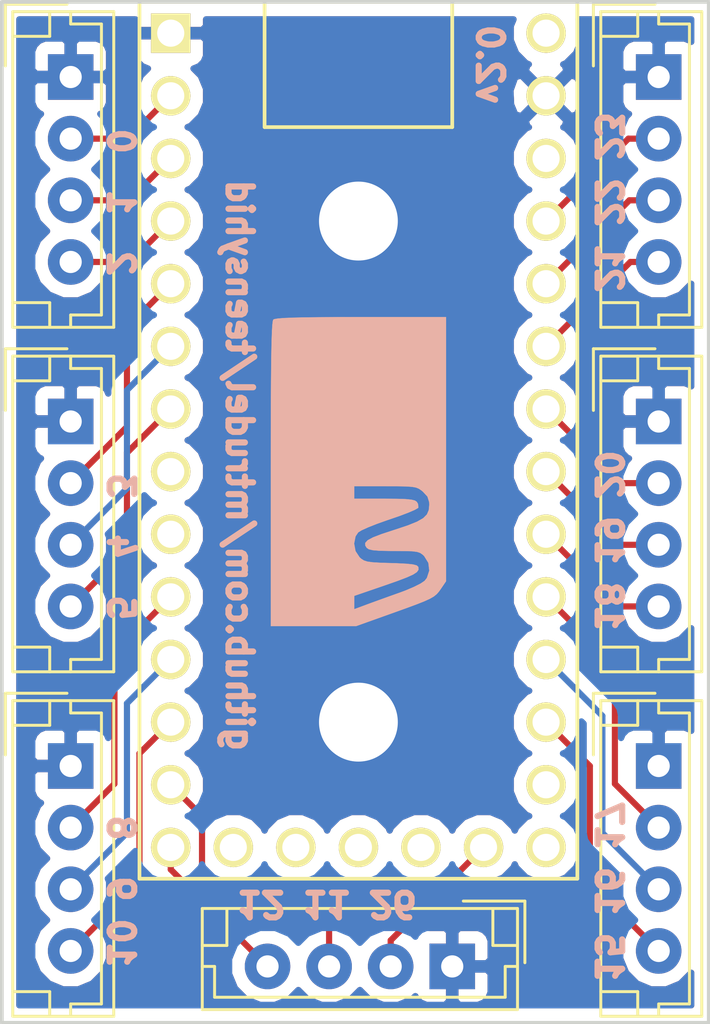
<source format=kicad_pcb>
(kicad_pcb (version 4) (host pcbnew 4.0.7)

  (general
    (links 29)
    (no_connects 0)
    (area 111.684999 51.740999 140.537001 93.293001)
    (thickness 1.6)
    (drawings 13)
    (tracks 54)
    (zones 0)
    (modules 11)
    (nets 23)
  )

  (page A4)
  (layers
    (0 F.Cu signal hide)
    (31 B.Cu signal hide)
    (32 B.Adhes user)
    (33 F.Adhes user)
    (34 B.Paste user)
    (35 F.Paste user)
    (36 B.SilkS user)
    (37 F.SilkS user)
    (38 B.Mask user)
    (39 F.Mask user)
    (40 Dwgs.User user)
    (41 Cmts.User user)
    (42 Eco1.User user)
    (43 Eco2.User user)
    (44 Edge.Cuts user)
    (45 Margin user)
    (46 B.CrtYd user)
    (47 F.CrtYd user)
    (48 B.Fab user)
    (49 F.Fab user)
  )

  (setup
    (last_trace_width 0.25)
    (trace_clearance 0.2)
    (zone_clearance 0.508)
    (zone_45_only no)
    (trace_min 0.2)
    (segment_width 0.2)
    (edge_width 0.15)
    (via_size 0.6)
    (via_drill 0.4)
    (via_min_size 0.4)
    (via_min_drill 0.3)
    (uvia_size 0.3)
    (uvia_drill 0.1)
    (uvias_allowed no)
    (uvia_min_size 0.2)
    (uvia_min_drill 0.1)
    (pcb_text_width 0.3)
    (pcb_text_size 1.5 1.5)
    (mod_edge_width 0.15)
    (mod_text_size 1 1)
    (mod_text_width 0.15)
    (pad_size 1.524 1.524)
    (pad_drill 0.762)
    (pad_to_mask_clearance 0.2)
    (aux_axis_origin 0 0)
    (visible_elements FFFEFFFF)
    (pcbplotparams
      (layerselection 0x00030_80000001)
      (usegerberextensions false)
      (excludeedgelayer true)
      (linewidth 0.100000)
      (plotframeref false)
      (viasonmask false)
      (mode 1)
      (useauxorigin false)
      (hpglpennumber 1)
      (hpglpenspeed 20)
      (hpglpendiameter 15)
      (hpglpenoverlay 2)
      (psnegative false)
      (psa4output false)
      (plotreference true)
      (plotvalue true)
      (plotinvisibletext false)
      (padsonsilk false)
      (subtractmaskfromsilk false)
      (outputformat 1)
      (mirror false)
      (drillshape 1)
      (scaleselection 1)
      (outputdirectory ""))
  )

  (net 0 "")
  (net 1 "Net-(J1-Pad2)")
  (net 2 "Net-(J1-Pad3)")
  (net 3 "Net-(J1-Pad4)")
  (net 4 "Net-(J2-Pad2)")
  (net 5 "Net-(J2-Pad3)")
  (net 6 "Net-(J2-Pad4)")
  (net 7 "Net-(J3-Pad2)")
  (net 8 "Net-(J3-Pad3)")
  (net 9 "Net-(J3-Pad4)")
  (net 10 "Net-(J4-Pad2)")
  (net 11 "Net-(J4-Pad3)")
  (net 12 "Net-(J4-Pad4)")
  (net 13 "Net-(J5-Pad2)")
  (net 14 "Net-(J5-Pad3)")
  (net 15 "Net-(J6-Pad2)")
  (net 16 "Net-(J6-Pad3)")
  (net 17 "Net-(J5-Pad4)")
  (net 18 "Net-(J6-Pad4)")
  (net 19 "Net-(J7-Pad2)")
  (net 20 "Net-(J7-Pad4)")
  (net 21 "Net-(J7-Pad3)")
  (net 22 GND)

  (net_class Default "This is the default net class."
    (clearance 0.2)
    (trace_width 0.25)
    (via_dia 0.6)
    (via_drill 0.4)
    (uvia_dia 0.3)
    (uvia_drill 0.1)
    (add_net GND)
    (add_net "Net-(J1-Pad2)")
    (add_net "Net-(J1-Pad3)")
    (add_net "Net-(J1-Pad4)")
    (add_net "Net-(J2-Pad2)")
    (add_net "Net-(J2-Pad3)")
    (add_net "Net-(J2-Pad4)")
    (add_net "Net-(J3-Pad2)")
    (add_net "Net-(J3-Pad3)")
    (add_net "Net-(J3-Pad4)")
    (add_net "Net-(J4-Pad2)")
    (add_net "Net-(J4-Pad3)")
    (add_net "Net-(J4-Pad4)")
    (add_net "Net-(J5-Pad2)")
    (add_net "Net-(J5-Pad3)")
    (add_net "Net-(J5-Pad4)")
    (add_net "Net-(J6-Pad2)")
    (add_net "Net-(J6-Pad3)")
    (add_net "Net-(J6-Pad4)")
    (add_net "Net-(J7-Pad2)")
    (add_net "Net-(J7-Pad3)")
    (add_net "Net-(J7-Pad4)")
  )

  (module Mounting_Holes:MountingHole_3.2mm_M3_Pad (layer F.Cu) (tedit 5A650960) (tstamp 5A65067F)
    (at 126.238 81.026)
    (descr "Mounting Hole 3.2mm, M3")
    (tags "mounting hole 3.2mm m3")
    (attr virtual)
    (fp_text reference REF** (at 0 -4.2) (layer F.SilkS) hide
      (effects (font (size 1 1) (thickness 0.15)))
    )
    (fp_text value MountingHole_3.2mm_M3_Pad (at 0 4.2) (layer F.Fab)
      (effects (font (size 1 1) (thickness 0.15)))
    )
    (fp_text user %R (at 0.3 0) (layer F.Fab)
      (effects (font (size 1 1) (thickness 0.15)))
    )
    (fp_circle (center 0 0) (end 3.2 0) (layer Cmts.User) (width 0.15))
    (fp_circle (center 0 0) (end 3.45 0) (layer F.CrtYd) (width 0.05))
    (pad 1 thru_hole circle (at 0 0) (size 6.4 6.4) (drill 3.2) (layers *.Cu *.Mask))
  )

  (module Connectors_JST:JST_EH_B04B-EH-A_04x2.50mm_Straight (layer F.Cu) (tedit 5A6509A6) (tstamp 5A615932)
    (at 138.43 54.864 270)
    (descr "JST EH series connector, B04B-EH-A, 2.50mm pitch, top entry")
    (tags "connector jst eh top vertical straight")
    (path /5A6151AB)
    (fp_text reference J1 (at 3.75 -3 270) (layer F.SilkS) hide
      (effects (font (size 1 1) (thickness 0.15)))
    )
    (fp_text value Conn_01x04 (at 3.75 3.5 270) (layer F.Fab)
      (effects (font (size 1 1) (thickness 0.15)))
    )
    (fp_text user %R (at 3.75 -3 270) (layer F.Fab)
      (effects (font (size 1 1) (thickness 0.15)))
    )
    (fp_line (start -2.5 -1.6) (end -2.5 2.2) (layer F.Fab) (width 0.1))
    (fp_line (start -2.5 2.2) (end 10 2.2) (layer F.Fab) (width 0.1))
    (fp_line (start 10 2.2) (end 10 -1.6) (layer F.Fab) (width 0.1))
    (fp_line (start 10 -1.6) (end -2.5 -1.6) (layer F.Fab) (width 0.1))
    (fp_line (start -2.65 -1.75) (end -2.65 2.35) (layer F.SilkS) (width 0.12))
    (fp_line (start -2.65 2.35) (end 10.15 2.35) (layer F.SilkS) (width 0.12))
    (fp_line (start 10.15 2.35) (end 10.15 -1.75) (layer F.SilkS) (width 0.12))
    (fp_line (start 10.15 -1.75) (end -2.65 -1.75) (layer F.SilkS) (width 0.12))
    (fp_line (start -2.65 0) (end -2.15 0) (layer F.SilkS) (width 0.12))
    (fp_line (start -2.15 0) (end -2.15 -1.25) (layer F.SilkS) (width 0.12))
    (fp_line (start -2.15 -1.25) (end 9.65 -1.25) (layer F.SilkS) (width 0.12))
    (fp_line (start 9.65 -1.25) (end 9.65 0) (layer F.SilkS) (width 0.12))
    (fp_line (start 9.65 0) (end 10.15 0) (layer F.SilkS) (width 0.12))
    (fp_line (start -2.65 0.85) (end -1.65 0.85) (layer F.SilkS) (width 0.12))
    (fp_line (start -1.65 0.85) (end -1.65 2.35) (layer F.SilkS) (width 0.12))
    (fp_line (start 10.15 0.85) (end 9.15 0.85) (layer F.SilkS) (width 0.12))
    (fp_line (start 9.15 0.85) (end 9.15 2.35) (layer F.SilkS) (width 0.12))
    (fp_line (start -2.95 0.15) (end -2.95 2.65) (layer F.SilkS) (width 0.12))
    (fp_line (start -2.95 2.65) (end -0.45 2.65) (layer F.SilkS) (width 0.12))
    (fp_line (start -2.95 0.15) (end -2.95 2.65) (layer F.Fab) (width 0.1))
    (fp_line (start -2.95 2.65) (end -0.45 2.65) (layer F.Fab) (width 0.1))
    (fp_line (start -3.15 -2.25) (end -3.15 2.85) (layer F.CrtYd) (width 0.05))
    (fp_line (start -3.15 2.85) (end 10.65 2.85) (layer F.CrtYd) (width 0.05))
    (fp_line (start 10.65 2.85) (end 10.65 -2.25) (layer F.CrtYd) (width 0.05))
    (fp_line (start 10.65 -2.25) (end -3.15 -2.25) (layer F.CrtYd) (width 0.05))
    (pad 1 thru_hole rect (at 0 0 270) (size 1.85 1.85) (drill 0.9) (layers *.Cu *.Mask)
      (net 22 GND))
    (pad 2 thru_hole circle (at 2.5 0 270) (size 1.85 1.85) (drill 0.9) (layers *.Cu *.Mask)
      (net 1 "Net-(J1-Pad2)"))
    (pad 3 thru_hole circle (at 5 0 270) (size 1.85 1.85) (drill 0.9) (layers *.Cu *.Mask)
      (net 2 "Net-(J1-Pad3)"))
    (pad 4 thru_hole circle (at 7.5 0 270) (size 1.85 1.85) (drill 0.9) (layers *.Cu *.Mask)
      (net 3 "Net-(J1-Pad4)"))
    (model Connectors_JST.3dshapes/JST_EH_B04B-EH-A_04x2.50mm_Straight.wrl
      (at (xyz 0 0 0))
      (scale (xyz 1 1 1))
      (rotate (xyz 0 0 0))
    )
  )

  (module Connectors_JST:JST_EH_B04B-EH-A_04x2.50mm_Straight (layer F.Cu) (tedit 5A650980) (tstamp 5A61593A)
    (at 138.43 68.834 270)
    (descr "JST EH series connector, B04B-EH-A, 2.50mm pitch, top entry")
    (tags "connector jst eh top vertical straight")
    (path /5A6151E5)
    (fp_text reference J2 (at 3.75 -3 270) (layer F.SilkS) hide
      (effects (font (size 1 1) (thickness 0.15)))
    )
    (fp_text value Conn_01x04 (at 3.75 3.5 270) (layer F.Fab)
      (effects (font (size 1 1) (thickness 0.15)))
    )
    (fp_text user %R (at 3.75 -3 270) (layer F.Fab)
      (effects (font (size 1 1) (thickness 0.15)))
    )
    (fp_line (start -2.5 -1.6) (end -2.5 2.2) (layer F.Fab) (width 0.1))
    (fp_line (start -2.5 2.2) (end 10 2.2) (layer F.Fab) (width 0.1))
    (fp_line (start 10 2.2) (end 10 -1.6) (layer F.Fab) (width 0.1))
    (fp_line (start 10 -1.6) (end -2.5 -1.6) (layer F.Fab) (width 0.1))
    (fp_line (start -2.65 -1.75) (end -2.65 2.35) (layer F.SilkS) (width 0.12))
    (fp_line (start -2.65 2.35) (end 10.15 2.35) (layer F.SilkS) (width 0.12))
    (fp_line (start 10.15 2.35) (end 10.15 -1.75) (layer F.SilkS) (width 0.12))
    (fp_line (start 10.15 -1.75) (end -2.65 -1.75) (layer F.SilkS) (width 0.12))
    (fp_line (start -2.65 0) (end -2.15 0) (layer F.SilkS) (width 0.12))
    (fp_line (start -2.15 0) (end -2.15 -1.25) (layer F.SilkS) (width 0.12))
    (fp_line (start -2.15 -1.25) (end 9.65 -1.25) (layer F.SilkS) (width 0.12))
    (fp_line (start 9.65 -1.25) (end 9.65 0) (layer F.SilkS) (width 0.12))
    (fp_line (start 9.65 0) (end 10.15 0) (layer F.SilkS) (width 0.12))
    (fp_line (start -2.65 0.85) (end -1.65 0.85) (layer F.SilkS) (width 0.12))
    (fp_line (start -1.65 0.85) (end -1.65 2.35) (layer F.SilkS) (width 0.12))
    (fp_line (start 10.15 0.85) (end 9.15 0.85) (layer F.SilkS) (width 0.12))
    (fp_line (start 9.15 0.85) (end 9.15 2.35) (layer F.SilkS) (width 0.12))
    (fp_line (start -2.95 0.15) (end -2.95 2.65) (layer F.SilkS) (width 0.12))
    (fp_line (start -2.95 2.65) (end -0.45 2.65) (layer F.SilkS) (width 0.12))
    (fp_line (start -2.95 0.15) (end -2.95 2.65) (layer F.Fab) (width 0.1))
    (fp_line (start -2.95 2.65) (end -0.45 2.65) (layer F.Fab) (width 0.1))
    (fp_line (start -3.15 -2.25) (end -3.15 2.85) (layer F.CrtYd) (width 0.05))
    (fp_line (start -3.15 2.85) (end 10.65 2.85) (layer F.CrtYd) (width 0.05))
    (fp_line (start 10.65 2.85) (end 10.65 -2.25) (layer F.CrtYd) (width 0.05))
    (fp_line (start 10.65 -2.25) (end -3.15 -2.25) (layer F.CrtYd) (width 0.05))
    (pad 1 thru_hole rect (at 0 0 270) (size 1.85 1.85) (drill 0.9) (layers *.Cu *.Mask)
      (net 22 GND))
    (pad 2 thru_hole circle (at 2.5 0 270) (size 1.85 1.85) (drill 0.9) (layers *.Cu *.Mask)
      (net 4 "Net-(J2-Pad2)"))
    (pad 3 thru_hole circle (at 5 0 270) (size 1.85 1.85) (drill 0.9) (layers *.Cu *.Mask)
      (net 5 "Net-(J2-Pad3)"))
    (pad 4 thru_hole circle (at 7.5 0 270) (size 1.85 1.85) (drill 0.9) (layers *.Cu *.Mask)
      (net 6 "Net-(J2-Pad4)"))
    (model Connectors_JST.3dshapes/JST_EH_B04B-EH-A_04x2.50mm_Straight.wrl
      (at (xyz 0 0 0))
      (scale (xyz 1 1 1))
      (rotate (xyz 0 0 0))
    )
  )

  (module Connectors_JST:JST_EH_B04B-EH-A_04x2.50mm_Straight (layer F.Cu) (tedit 5A650974) (tstamp 5A615942)
    (at 138.43 82.804 270)
    (descr "JST EH series connector, B04B-EH-A, 2.50mm pitch, top entry")
    (tags "connector jst eh top vertical straight")
    (path /5A615208)
    (fp_text reference J3 (at 3.75 -3 270) (layer F.SilkS) hide
      (effects (font (size 1 1) (thickness 0.15)))
    )
    (fp_text value Conn_01x04 (at 3.75 3.5 270) (layer F.Fab)
      (effects (font (size 1 1) (thickness 0.15)))
    )
    (fp_text user %R (at 3.75 -3 270) (layer F.Fab)
      (effects (font (size 1 1) (thickness 0.15)))
    )
    (fp_line (start -2.5 -1.6) (end -2.5 2.2) (layer F.Fab) (width 0.1))
    (fp_line (start -2.5 2.2) (end 10 2.2) (layer F.Fab) (width 0.1))
    (fp_line (start 10 2.2) (end 10 -1.6) (layer F.Fab) (width 0.1))
    (fp_line (start 10 -1.6) (end -2.5 -1.6) (layer F.Fab) (width 0.1))
    (fp_line (start -2.65 -1.75) (end -2.65 2.35) (layer F.SilkS) (width 0.12))
    (fp_line (start -2.65 2.35) (end 10.15 2.35) (layer F.SilkS) (width 0.12))
    (fp_line (start 10.15 2.35) (end 10.15 -1.75) (layer F.SilkS) (width 0.12))
    (fp_line (start 10.15 -1.75) (end -2.65 -1.75) (layer F.SilkS) (width 0.12))
    (fp_line (start -2.65 0) (end -2.15 0) (layer F.SilkS) (width 0.12))
    (fp_line (start -2.15 0) (end -2.15 -1.25) (layer F.SilkS) (width 0.12))
    (fp_line (start -2.15 -1.25) (end 9.65 -1.25) (layer F.SilkS) (width 0.12))
    (fp_line (start 9.65 -1.25) (end 9.65 0) (layer F.SilkS) (width 0.12))
    (fp_line (start 9.65 0) (end 10.15 0) (layer F.SilkS) (width 0.12))
    (fp_line (start -2.65 0.85) (end -1.65 0.85) (layer F.SilkS) (width 0.12))
    (fp_line (start -1.65 0.85) (end -1.65 2.35) (layer F.SilkS) (width 0.12))
    (fp_line (start 10.15 0.85) (end 9.15 0.85) (layer F.SilkS) (width 0.12))
    (fp_line (start 9.15 0.85) (end 9.15 2.35) (layer F.SilkS) (width 0.12))
    (fp_line (start -2.95 0.15) (end -2.95 2.65) (layer F.SilkS) (width 0.12))
    (fp_line (start -2.95 2.65) (end -0.45 2.65) (layer F.SilkS) (width 0.12))
    (fp_line (start -2.95 0.15) (end -2.95 2.65) (layer F.Fab) (width 0.1))
    (fp_line (start -2.95 2.65) (end -0.45 2.65) (layer F.Fab) (width 0.1))
    (fp_line (start -3.15 -2.25) (end -3.15 2.85) (layer F.CrtYd) (width 0.05))
    (fp_line (start -3.15 2.85) (end 10.65 2.85) (layer F.CrtYd) (width 0.05))
    (fp_line (start 10.65 2.85) (end 10.65 -2.25) (layer F.CrtYd) (width 0.05))
    (fp_line (start 10.65 -2.25) (end -3.15 -2.25) (layer F.CrtYd) (width 0.05))
    (pad 1 thru_hole rect (at 0 0 270) (size 1.85 1.85) (drill 0.9) (layers *.Cu *.Mask)
      (net 22 GND))
    (pad 2 thru_hole circle (at 2.5 0 270) (size 1.85 1.85) (drill 0.9) (layers *.Cu *.Mask)
      (net 7 "Net-(J3-Pad2)"))
    (pad 3 thru_hole circle (at 5 0 270) (size 1.85 1.85) (drill 0.9) (layers *.Cu *.Mask)
      (net 8 "Net-(J3-Pad3)"))
    (pad 4 thru_hole circle (at 7.5 0 270) (size 1.85 1.85) (drill 0.9) (layers *.Cu *.Mask)
      (net 9 "Net-(J3-Pad4)"))
    (model Connectors_JST.3dshapes/JST_EH_B04B-EH-A_04x2.50mm_Straight.wrl
      (at (xyz 0 0 0))
      (scale (xyz 1 1 1))
      (rotate (xyz 0 0 0))
    )
  )

  (module Connectors_JST:JST_EH_B04B-EH-A_04x2.50mm_Straight (layer F.Cu) (tedit 5A650997) (tstamp 5A61594A)
    (at 114.554 54.864 270)
    (descr "JST EH series connector, B04B-EH-A, 2.50mm pitch, top entry")
    (tags "connector jst eh top vertical straight")
    (path /5A61522D)
    (fp_text reference J4 (at 3.75 -3 270) (layer F.SilkS) hide
      (effects (font (size 1 1) (thickness 0.15)))
    )
    (fp_text value Conn_01x04 (at 3.75 3.5 270) (layer F.Fab)
      (effects (font (size 1 1) (thickness 0.15)))
    )
    (fp_text user %R (at 3.75 -3 270) (layer F.Fab)
      (effects (font (size 1 1) (thickness 0.15)))
    )
    (fp_line (start -2.5 -1.6) (end -2.5 2.2) (layer F.Fab) (width 0.1))
    (fp_line (start -2.5 2.2) (end 10 2.2) (layer F.Fab) (width 0.1))
    (fp_line (start 10 2.2) (end 10 -1.6) (layer F.Fab) (width 0.1))
    (fp_line (start 10 -1.6) (end -2.5 -1.6) (layer F.Fab) (width 0.1))
    (fp_line (start -2.65 -1.75) (end -2.65 2.35) (layer F.SilkS) (width 0.12))
    (fp_line (start -2.65 2.35) (end 10.15 2.35) (layer F.SilkS) (width 0.12))
    (fp_line (start 10.15 2.35) (end 10.15 -1.75) (layer F.SilkS) (width 0.12))
    (fp_line (start 10.15 -1.75) (end -2.65 -1.75) (layer F.SilkS) (width 0.12))
    (fp_line (start -2.65 0) (end -2.15 0) (layer F.SilkS) (width 0.12))
    (fp_line (start -2.15 0) (end -2.15 -1.25) (layer F.SilkS) (width 0.12))
    (fp_line (start -2.15 -1.25) (end 9.65 -1.25) (layer F.SilkS) (width 0.12))
    (fp_line (start 9.65 -1.25) (end 9.65 0) (layer F.SilkS) (width 0.12))
    (fp_line (start 9.65 0) (end 10.15 0) (layer F.SilkS) (width 0.12))
    (fp_line (start -2.65 0.85) (end -1.65 0.85) (layer F.SilkS) (width 0.12))
    (fp_line (start -1.65 0.85) (end -1.65 2.35) (layer F.SilkS) (width 0.12))
    (fp_line (start 10.15 0.85) (end 9.15 0.85) (layer F.SilkS) (width 0.12))
    (fp_line (start 9.15 0.85) (end 9.15 2.35) (layer F.SilkS) (width 0.12))
    (fp_line (start -2.95 0.15) (end -2.95 2.65) (layer F.SilkS) (width 0.12))
    (fp_line (start -2.95 2.65) (end -0.45 2.65) (layer F.SilkS) (width 0.12))
    (fp_line (start -2.95 0.15) (end -2.95 2.65) (layer F.Fab) (width 0.1))
    (fp_line (start -2.95 2.65) (end -0.45 2.65) (layer F.Fab) (width 0.1))
    (fp_line (start -3.15 -2.25) (end -3.15 2.85) (layer F.CrtYd) (width 0.05))
    (fp_line (start -3.15 2.85) (end 10.65 2.85) (layer F.CrtYd) (width 0.05))
    (fp_line (start 10.65 2.85) (end 10.65 -2.25) (layer F.CrtYd) (width 0.05))
    (fp_line (start 10.65 -2.25) (end -3.15 -2.25) (layer F.CrtYd) (width 0.05))
    (pad 1 thru_hole rect (at 0 0 270) (size 1.85 1.85) (drill 0.9) (layers *.Cu *.Mask)
      (net 22 GND))
    (pad 2 thru_hole circle (at 2.5 0 270) (size 1.85 1.85) (drill 0.9) (layers *.Cu *.Mask)
      (net 10 "Net-(J4-Pad2)"))
    (pad 3 thru_hole circle (at 5 0 270) (size 1.85 1.85) (drill 0.9) (layers *.Cu *.Mask)
      (net 11 "Net-(J4-Pad3)"))
    (pad 4 thru_hole circle (at 7.5 0 270) (size 1.85 1.85) (drill 0.9) (layers *.Cu *.Mask)
      (net 12 "Net-(J4-Pad4)"))
    (model Connectors_JST.3dshapes/JST_EH_B04B-EH-A_04x2.50mm_Straight.wrl
      (at (xyz 0 0 0))
      (scale (xyz 1 1 1))
      (rotate (xyz 0 0 0))
    )
  )

  (module Connectors_JST:JST_EH_B04B-EH-A_04x2.50mm_Straight (layer F.Cu) (tedit 5A65098E) (tstamp 5A615952)
    (at 114.554 68.834 270)
    (descr "JST EH series connector, B04B-EH-A, 2.50mm pitch, top entry")
    (tags "connector jst eh top vertical straight")
    (path /5A6157F5)
    (fp_text reference J5 (at 3.75 -3 270) (layer F.SilkS) hide
      (effects (font (size 1 1) (thickness 0.15)))
    )
    (fp_text value Conn_01x04 (at 3.75 3.5 270) (layer F.Fab)
      (effects (font (size 1 1) (thickness 0.15)))
    )
    (fp_text user %R (at 3.75 -3 270) (layer F.Fab)
      (effects (font (size 1 1) (thickness 0.15)))
    )
    (fp_line (start -2.5 -1.6) (end -2.5 2.2) (layer F.Fab) (width 0.1))
    (fp_line (start -2.5 2.2) (end 10 2.2) (layer F.Fab) (width 0.1))
    (fp_line (start 10 2.2) (end 10 -1.6) (layer F.Fab) (width 0.1))
    (fp_line (start 10 -1.6) (end -2.5 -1.6) (layer F.Fab) (width 0.1))
    (fp_line (start -2.65 -1.75) (end -2.65 2.35) (layer F.SilkS) (width 0.12))
    (fp_line (start -2.65 2.35) (end 10.15 2.35) (layer F.SilkS) (width 0.12))
    (fp_line (start 10.15 2.35) (end 10.15 -1.75) (layer F.SilkS) (width 0.12))
    (fp_line (start 10.15 -1.75) (end -2.65 -1.75) (layer F.SilkS) (width 0.12))
    (fp_line (start -2.65 0) (end -2.15 0) (layer F.SilkS) (width 0.12))
    (fp_line (start -2.15 0) (end -2.15 -1.25) (layer F.SilkS) (width 0.12))
    (fp_line (start -2.15 -1.25) (end 9.65 -1.25) (layer F.SilkS) (width 0.12))
    (fp_line (start 9.65 -1.25) (end 9.65 0) (layer F.SilkS) (width 0.12))
    (fp_line (start 9.65 0) (end 10.15 0) (layer F.SilkS) (width 0.12))
    (fp_line (start -2.65 0.85) (end -1.65 0.85) (layer F.SilkS) (width 0.12))
    (fp_line (start -1.65 0.85) (end -1.65 2.35) (layer F.SilkS) (width 0.12))
    (fp_line (start 10.15 0.85) (end 9.15 0.85) (layer F.SilkS) (width 0.12))
    (fp_line (start 9.15 0.85) (end 9.15 2.35) (layer F.SilkS) (width 0.12))
    (fp_line (start -2.95 0.15) (end -2.95 2.65) (layer F.SilkS) (width 0.12))
    (fp_line (start -2.95 2.65) (end -0.45 2.65) (layer F.SilkS) (width 0.12))
    (fp_line (start -2.95 0.15) (end -2.95 2.65) (layer F.Fab) (width 0.1))
    (fp_line (start -2.95 2.65) (end -0.45 2.65) (layer F.Fab) (width 0.1))
    (fp_line (start -3.15 -2.25) (end -3.15 2.85) (layer F.CrtYd) (width 0.05))
    (fp_line (start -3.15 2.85) (end 10.65 2.85) (layer F.CrtYd) (width 0.05))
    (fp_line (start 10.65 2.85) (end 10.65 -2.25) (layer F.CrtYd) (width 0.05))
    (fp_line (start 10.65 -2.25) (end -3.15 -2.25) (layer F.CrtYd) (width 0.05))
    (pad 1 thru_hole rect (at 0 0 270) (size 1.85 1.85) (drill 0.9) (layers *.Cu *.Mask)
      (net 22 GND))
    (pad 2 thru_hole circle (at 2.5 0 270) (size 1.85 1.85) (drill 0.9) (layers *.Cu *.Mask)
      (net 13 "Net-(J5-Pad2)"))
    (pad 3 thru_hole circle (at 5 0 270) (size 1.85 1.85) (drill 0.9) (layers *.Cu *.Mask)
      (net 14 "Net-(J5-Pad3)"))
    (pad 4 thru_hole circle (at 7.5 0 270) (size 1.85 1.85) (drill 0.9) (layers *.Cu *.Mask)
      (net 17 "Net-(J5-Pad4)"))
    (model Connectors_JST.3dshapes/JST_EH_B04B-EH-A_04x2.50mm_Straight.wrl
      (at (xyz 0 0 0))
      (scale (xyz 1 1 1))
      (rotate (xyz 0 0 0))
    )
  )

  (module Connectors_JST:JST_EH_B04B-EH-A_04x2.50mm_Straight (layer F.Cu) (tedit 5A650968) (tstamp 5A61595A)
    (at 114.554 82.804 270)
    (descr "JST EH series connector, B04B-EH-A, 2.50mm pitch, top entry")
    (tags "connector jst eh top vertical straight")
    (path /5A6157B6)
    (fp_text reference J6 (at 3.75 -3 270) (layer F.SilkS) hide
      (effects (font (size 1 1) (thickness 0.15)))
    )
    (fp_text value Conn_01x04 (at 3.75 3.5 270) (layer F.Fab)
      (effects (font (size 1 1) (thickness 0.15)))
    )
    (fp_text user %R (at 3.75 -3 270) (layer F.Fab)
      (effects (font (size 1 1) (thickness 0.15)))
    )
    (fp_line (start -2.5 -1.6) (end -2.5 2.2) (layer F.Fab) (width 0.1))
    (fp_line (start -2.5 2.2) (end 10 2.2) (layer F.Fab) (width 0.1))
    (fp_line (start 10 2.2) (end 10 -1.6) (layer F.Fab) (width 0.1))
    (fp_line (start 10 -1.6) (end -2.5 -1.6) (layer F.Fab) (width 0.1))
    (fp_line (start -2.65 -1.75) (end -2.65 2.35) (layer F.SilkS) (width 0.12))
    (fp_line (start -2.65 2.35) (end 10.15 2.35) (layer F.SilkS) (width 0.12))
    (fp_line (start 10.15 2.35) (end 10.15 -1.75) (layer F.SilkS) (width 0.12))
    (fp_line (start 10.15 -1.75) (end -2.65 -1.75) (layer F.SilkS) (width 0.12))
    (fp_line (start -2.65 0) (end -2.15 0) (layer F.SilkS) (width 0.12))
    (fp_line (start -2.15 0) (end -2.15 -1.25) (layer F.SilkS) (width 0.12))
    (fp_line (start -2.15 -1.25) (end 9.65 -1.25) (layer F.SilkS) (width 0.12))
    (fp_line (start 9.65 -1.25) (end 9.65 0) (layer F.SilkS) (width 0.12))
    (fp_line (start 9.65 0) (end 10.15 0) (layer F.SilkS) (width 0.12))
    (fp_line (start -2.65 0.85) (end -1.65 0.85) (layer F.SilkS) (width 0.12))
    (fp_line (start -1.65 0.85) (end -1.65 2.35) (layer F.SilkS) (width 0.12))
    (fp_line (start 10.15 0.85) (end 9.15 0.85) (layer F.SilkS) (width 0.12))
    (fp_line (start 9.15 0.85) (end 9.15 2.35) (layer F.SilkS) (width 0.12))
    (fp_line (start -2.95 0.15) (end -2.95 2.65) (layer F.SilkS) (width 0.12))
    (fp_line (start -2.95 2.65) (end -0.45 2.65) (layer F.SilkS) (width 0.12))
    (fp_line (start -2.95 0.15) (end -2.95 2.65) (layer F.Fab) (width 0.1))
    (fp_line (start -2.95 2.65) (end -0.45 2.65) (layer F.Fab) (width 0.1))
    (fp_line (start -3.15 -2.25) (end -3.15 2.85) (layer F.CrtYd) (width 0.05))
    (fp_line (start -3.15 2.85) (end 10.65 2.85) (layer F.CrtYd) (width 0.05))
    (fp_line (start 10.65 2.85) (end 10.65 -2.25) (layer F.CrtYd) (width 0.05))
    (fp_line (start 10.65 -2.25) (end -3.15 -2.25) (layer F.CrtYd) (width 0.05))
    (pad 1 thru_hole rect (at 0 0 270) (size 1.85 1.85) (drill 0.9) (layers *.Cu *.Mask)
      (net 22 GND))
    (pad 2 thru_hole circle (at 2.5 0 270) (size 1.85 1.85) (drill 0.9) (layers *.Cu *.Mask)
      (net 15 "Net-(J6-Pad2)"))
    (pad 3 thru_hole circle (at 5 0 270) (size 1.85 1.85) (drill 0.9) (layers *.Cu *.Mask)
      (net 16 "Net-(J6-Pad3)"))
    (pad 4 thru_hole circle (at 7.5 0 270) (size 1.85 1.85) (drill 0.9) (layers *.Cu *.Mask)
      (net 18 "Net-(J6-Pad4)"))
    (model Connectors_JST.3dshapes/JST_EH_B04B-EH-A_04x2.50mm_Straight.wrl
      (at (xyz 0 0 0))
      (scale (xyz 1 1 1))
      (rotate (xyz 0 0 0))
    )
  )

  (module Connectors_JST:JST_EH_B04B-EH-A_04x2.50mm_Straight (layer F.Cu) (tedit 5A65096F) (tstamp 5A615D3E)
    (at 130.048 90.932 180)
    (descr "JST EH series connector, B04B-EH-A, 2.50mm pitch, top entry")
    (tags "connector jst eh top vertical straight")
    (path /5A615EE0)
    (fp_text reference J7 (at 3.75 -3 180) (layer F.SilkS) hide
      (effects (font (size 1 1) (thickness 0.15)))
    )
    (fp_text value Conn_01x04 (at 3.75 3.5 180) (layer F.Fab)
      (effects (font (size 1 1) (thickness 0.15)))
    )
    (fp_text user %R (at 3.75 -3 180) (layer F.Fab)
      (effects (font (size 1 1) (thickness 0.15)))
    )
    (fp_line (start -2.5 -1.6) (end -2.5 2.2) (layer F.Fab) (width 0.1))
    (fp_line (start -2.5 2.2) (end 10 2.2) (layer F.Fab) (width 0.1))
    (fp_line (start 10 2.2) (end 10 -1.6) (layer F.Fab) (width 0.1))
    (fp_line (start 10 -1.6) (end -2.5 -1.6) (layer F.Fab) (width 0.1))
    (fp_line (start -2.65 -1.75) (end -2.65 2.35) (layer F.SilkS) (width 0.12))
    (fp_line (start -2.65 2.35) (end 10.15 2.35) (layer F.SilkS) (width 0.12))
    (fp_line (start 10.15 2.35) (end 10.15 -1.75) (layer F.SilkS) (width 0.12))
    (fp_line (start 10.15 -1.75) (end -2.65 -1.75) (layer F.SilkS) (width 0.12))
    (fp_line (start -2.65 0) (end -2.15 0) (layer F.SilkS) (width 0.12))
    (fp_line (start -2.15 0) (end -2.15 -1.25) (layer F.SilkS) (width 0.12))
    (fp_line (start -2.15 -1.25) (end 9.65 -1.25) (layer F.SilkS) (width 0.12))
    (fp_line (start 9.65 -1.25) (end 9.65 0) (layer F.SilkS) (width 0.12))
    (fp_line (start 9.65 0) (end 10.15 0) (layer F.SilkS) (width 0.12))
    (fp_line (start -2.65 0.85) (end -1.65 0.85) (layer F.SilkS) (width 0.12))
    (fp_line (start -1.65 0.85) (end -1.65 2.35) (layer F.SilkS) (width 0.12))
    (fp_line (start 10.15 0.85) (end 9.15 0.85) (layer F.SilkS) (width 0.12))
    (fp_line (start 9.15 0.85) (end 9.15 2.35) (layer F.SilkS) (width 0.12))
    (fp_line (start -2.95 0.15) (end -2.95 2.65) (layer F.SilkS) (width 0.12))
    (fp_line (start -2.95 2.65) (end -0.45 2.65) (layer F.SilkS) (width 0.12))
    (fp_line (start -2.95 0.15) (end -2.95 2.65) (layer F.Fab) (width 0.1))
    (fp_line (start -2.95 2.65) (end -0.45 2.65) (layer F.Fab) (width 0.1))
    (fp_line (start -3.15 -2.25) (end -3.15 2.85) (layer F.CrtYd) (width 0.05))
    (fp_line (start -3.15 2.85) (end 10.65 2.85) (layer F.CrtYd) (width 0.05))
    (fp_line (start 10.65 2.85) (end 10.65 -2.25) (layer F.CrtYd) (width 0.05))
    (fp_line (start 10.65 -2.25) (end -3.15 -2.25) (layer F.CrtYd) (width 0.05))
    (pad 1 thru_hole rect (at 0 0 180) (size 1.85 1.85) (drill 0.9) (layers *.Cu *.Mask)
      (net 22 GND))
    (pad 2 thru_hole circle (at 2.5 0 180) (size 1.85 1.85) (drill 0.9) (layers *.Cu *.Mask)
      (net 19 "Net-(J7-Pad2)"))
    (pad 3 thru_hole circle (at 5 0 180) (size 1.85 1.85) (drill 0.9) (layers *.Cu *.Mask)
      (net 21 "Net-(J7-Pad3)"))
    (pad 4 thru_hole circle (at 7.5 0 180) (size 1.85 1.85) (drill 0.9) (layers *.Cu *.Mask)
      (net 20 "Net-(J7-Pad4)"))
    (model Connectors_JST.3dshapes/JST_EH_B04B-EH-A_04x2.50mm_Straight.wrl
      (at (xyz 0 0 0))
      (scale (xyz 1 1 1))
      (rotate (xyz 0 0 0))
    )
  )

  (module moshozenfootprints:Moshozen (layer B.Cu) (tedit 0) (tstamp 5A621018)
    (at 126.238 70.866 90)
    (fp_text reference G*** (at 0 0 90) (layer B.SilkS) hide
      (effects (font (thickness 0.3)) (justify mirror))
    )
    (fp_text value LOGO (at 0.75 0 90) (layer B.SilkS) hide
      (effects (font (thickness 0.3)) (justify mirror))
    )
    (fp_poly (pts (xy 6.265333 0.1016) (xy 6.263965 -0.820091) (xy 6.259652 -1.583521) (xy 6.252078 -2.199744)
      (xy 6.240927 -2.679811) (xy 6.225883 -3.034775) (xy 6.20663 -3.275688) (xy 6.182853 -3.413603)
      (xy 6.163733 -3.4544) (xy 6.102303 -3.474845) (xy 5.955819 -3.492619) (xy 5.715507 -3.507866)
      (xy 5.372593 -3.520726) (xy 4.918304 -3.531344) (xy 4.343866 -3.539859) (xy 3.640504 -3.546416)
      (xy 2.799446 -3.551157) (xy 1.811917 -3.554222) (xy 0.669143 -3.555756) (xy -0.101601 -3.556)
      (xy -6.265334 -3.556) (xy -6.265334 -0.169334) (xy -5.580412 -0.169334) (xy -5.30904 -0.168927)
      (xy -5.037667 -0.16852) (xy -4.614948 1.06543) (xy -4.432138 1.587832) (xy -4.287927 1.967255)
      (xy -4.171758 2.222763) (xy -4.073074 2.373418) (xy -3.981317 2.438283) (xy -3.88593 2.436422)
      (xy -3.860431 2.427823) (xy -3.806261 2.368412) (xy -3.766757 2.222435) (xy -3.738719 1.966246)
      (xy -3.718951 1.5762) (xy -3.711186 1.324247) (xy -3.697098 0.879124) (xy -3.678645 0.56941)
      (xy -3.64962 0.36119) (xy -3.603813 0.220548) (xy -3.535018 0.11357) (xy -3.477742 0.048896)
      (xy -3.223029 -0.118478) (xy -2.917837 -0.174939) (xy -2.625202 -0.116903) (xy -2.464082 -0.008748)
      (xy -2.37933 0.12867) (xy -2.259324 0.392995) (xy -2.118516 0.749262) (xy -1.971357 1.162502)
      (xy -1.934915 1.271687) (xy -1.79395 1.680585) (xy -1.661848 2.028733) (xy -1.551116 2.285591)
      (xy -1.474259 2.42062) (xy -1.459422 2.432907) (xy -1.311257 2.419461) (xy -1.226589 2.369772)
      (xy -1.174951 2.294077) (xy -1.138936 2.150225) (xy -1.116149 1.913059) (xy -1.104192 1.557421)
      (xy -1.100668 1.058154) (xy -1.100667 1.047966) (xy -1.100667 -0.169334) (xy -0.592667 -0.169334)
      (xy -0.592667 1.09417) (xy -0.593742 1.582617) (xy -0.599913 1.93245) (xy -0.615597 2.174388)
      (xy -0.645213 2.339151) (xy -0.693179 2.457458) (xy -0.763914 2.560026) (xy -0.81186 2.61817)
      (xy -1.01212 2.804104) (xy -1.235808 2.873932) (xy -1.346229 2.878666) (xy -1.561621 2.858288)
      (xy -1.73751 2.782824) (xy -1.889164 2.630785) (xy -2.031855 2.38068) (xy -2.180851 2.011016)
      (xy -2.351422 1.500304) (xy -2.372075 1.434855) (xy -2.534855 0.939191) (xy -2.668583 0.592101)
      (xy -2.783807 0.377521) (xy -2.891078 0.27939) (xy -3.000945 0.281643) (xy -3.091412 0.339561)
      (xy -3.147991 0.424445) (xy -3.185668 0.585893) (xy -3.207511 0.851049) (xy -3.216589 1.247057)
      (xy -3.217334 1.453549) (xy -3.219299 1.884638) (xy -3.229131 2.180984) (xy -3.252733 2.377165)
      (xy -3.296008 2.507757) (xy -3.364859 2.60734) (xy -3.425152 2.670848) (xy -3.70066 2.841573)
      (xy -4.015157 2.878793) (xy -4.312061 2.781534) (xy -4.430355 2.688166) (xy -4.539839 2.527089)
      (xy -4.678747 2.250523) (xy -4.825237 1.904366) (xy -4.903818 1.693333) (xy -5.052689 1.274741)
      (xy -5.207005 0.845461) (xy -5.34124 0.476351) (xy -5.384184 0.359833) (xy -5.580412 -0.169334)
      (xy -6.265334 -0.169334) (xy -6.265334 -0.095834) (xy -5.757079 1.327916) (xy -5.550557 1.903958)
      (xy -5.389061 2.342891) (xy -5.261303 2.667299) (xy -5.155997 2.89977) (xy -5.061853 3.062889)
      (xy -4.967585 3.179242) (xy -4.861904 3.271414) (xy -4.744097 3.354814) (xy -4.448026 3.556)
      (xy 6.265333 3.556) (xy 6.265333 0.1016)) (layer B.SilkS) (width 0.01))
  )

  (module teensy:Teensy30_31_32_LC_edited (layer F.Cu) (tedit 5A650987) (tstamp 5A615999)
    (at 126.238 69.596 270)
    (path /5A6150CE)
    (fp_text reference U1 (at 0 -10.16 270) (layer F.SilkS) hide
      (effects (font (size 1 1) (thickness 0.15)))
    )
    (fp_text value Teensy-LC (at 0 10.16 270) (layer F.Fab)
      (effects (font (size 1 1) (thickness 0.15)))
    )
    (fp_line (start -17.78 3.81) (end -19.05 3.81) (layer F.SilkS) (width 0.15))
    (fp_line (start -19.05 3.81) (end -19.05 -3.81) (layer F.SilkS) (width 0.15))
    (fp_line (start -19.05 -3.81) (end -17.78 -3.81) (layer F.SilkS) (width 0.15))
    (fp_line (start -12.7 3.81) (end -12.7 -3.81) (layer F.SilkS) (width 0.15))
    (fp_line (start -12.7 -3.81) (end -17.78 -3.81) (layer F.SilkS) (width 0.15))
    (fp_line (start -12.7 3.81) (end -17.78 3.81) (layer F.SilkS) (width 0.15))
    (fp_line (start -17.78 -8.89) (end 17.78 -8.89) (layer F.SilkS) (width 0.15))
    (fp_line (start 17.78 -8.89) (end 17.78 8.89) (layer F.SilkS) (width 0.15))
    (fp_line (start 17.78 8.89) (end -17.78 8.89) (layer F.SilkS) (width 0.15))
    (fp_line (start -17.78 8.89) (end -17.78 -8.89) (layer F.SilkS) (width 0.15))
    (pad 17 thru_hole circle (at 16.51 0 270) (size 1.6 1.6) (drill 1.1) (layers *.Cu *.Mask F.SilkS))
    (pad 18 thru_hole circle (at 16.51 -2.54 270) (size 1.6 1.6) (drill 1.1) (layers *.Cu *.Mask F.SilkS))
    (pad 19 thru_hole circle (at 16.51 -5.08 270) (size 1.6 1.6) (drill 1.1) (layers *.Cu *.Mask F.SilkS)
      (net 19 "Net-(J7-Pad2)"))
    (pad 20 thru_hole circle (at 16.51 -7.62 270) (size 1.6 1.6) (drill 1.1) (layers *.Cu *.Mask F.SilkS))
    (pad 16 thru_hole circle (at 16.51 2.54 270) (size 1.6 1.6) (drill 1.1) (layers *.Cu *.Mask F.SilkS))
    (pad 15 thru_hole circle (at 16.51 5.08 270) (size 1.6 1.6) (drill 1.1) (layers *.Cu *.Mask F.SilkS))
    (pad 14 thru_hole circle (at 16.51 7.62 270) (size 1.6 1.6) (drill 1.1) (layers *.Cu *.Mask F.SilkS)
      (net 20 "Net-(J7-Pad4)"))
    (pad 21 thru_hole circle (at 13.97 -7.62 270) (size 1.6 1.6) (drill 1.1) (layers *.Cu *.Mask F.SilkS))
    (pad 22 thru_hole circle (at 11.43 -7.62 270) (size 1.6 1.6) (drill 1.1) (layers *.Cu *.Mask F.SilkS)
      (net 9 "Net-(J3-Pad4)"))
    (pad 23 thru_hole circle (at 8.89 -7.62 270) (size 1.6 1.6) (drill 1.1) (layers *.Cu *.Mask F.SilkS)
      (net 8 "Net-(J3-Pad3)"))
    (pad 24 thru_hole circle (at 6.35 -7.62 270) (size 1.6 1.6) (drill 1.1) (layers *.Cu *.Mask F.SilkS)
      (net 7 "Net-(J3-Pad2)"))
    (pad 25 thru_hole circle (at 3.81 -7.62 270) (size 1.6 1.6) (drill 1.1) (layers *.Cu *.Mask F.SilkS)
      (net 6 "Net-(J2-Pad4)"))
    (pad 26 thru_hole circle (at 1.27 -7.62 270) (size 1.6 1.6) (drill 1.1) (layers *.Cu *.Mask F.SilkS)
      (net 5 "Net-(J2-Pad3)"))
    (pad 27 thru_hole circle (at -1.27 -7.62 270) (size 1.6 1.6) (drill 1.1) (layers *.Cu *.Mask F.SilkS)
      (net 4 "Net-(J2-Pad2)"))
    (pad 28 thru_hole circle (at -3.81 -7.62 270) (size 1.6 1.6) (drill 1.1) (layers *.Cu *.Mask F.SilkS)
      (net 3 "Net-(J1-Pad4)"))
    (pad 29 thru_hole circle (at -6.35 -7.62 270) (size 1.6 1.6) (drill 1.1) (layers *.Cu *.Mask F.SilkS)
      (net 2 "Net-(J1-Pad3)"))
    (pad 30 thru_hole circle (at -8.89 -7.62 270) (size 1.6 1.6) (drill 1.1) (layers *.Cu *.Mask F.SilkS)
      (net 1 "Net-(J1-Pad2)"))
    (pad 31 thru_hole circle (at -11.43 -7.62 270) (size 1.6 1.6) (drill 1.1) (layers *.Cu *.Mask F.SilkS))
    (pad 32 thru_hole circle (at -13.97 -7.62 270) (size 1.6 1.6) (drill 1.1) (layers *.Cu *.Mask F.SilkS)
      (net 22 GND))
    (pad 33 thru_hole circle (at -16.51 -7.62 270) (size 1.6 1.6) (drill 1.1) (layers *.Cu *.Mask F.SilkS))
    (pad 13 thru_hole circle (at 13.97 7.62 270) (size 1.6 1.6) (drill 1.1) (layers *.Cu *.Mask F.SilkS)
      (net 21 "Net-(J7-Pad3)"))
    (pad 12 thru_hole circle (at 11.43 7.62 270) (size 1.6 1.6) (drill 1.1) (layers *.Cu *.Mask F.SilkS)
      (net 18 "Net-(J6-Pad4)"))
    (pad 11 thru_hole circle (at 8.89 7.62 270) (size 1.6 1.6) (drill 1.1) (layers *.Cu *.Mask F.SilkS)
      (net 16 "Net-(J6-Pad3)"))
    (pad 10 thru_hole circle (at 6.35 7.62 270) (size 1.6 1.6) (drill 1.1) (layers *.Cu *.Mask F.SilkS)
      (net 15 "Net-(J6-Pad2)"))
    (pad 9 thru_hole circle (at 3.81 7.62 270) (size 1.6 1.6) (drill 1.1) (layers *.Cu *.Mask F.SilkS))
    (pad 8 thru_hole circle (at 1.27 7.62 270) (size 1.6 1.6) (drill 1.1) (layers *.Cu *.Mask F.SilkS))
    (pad 7 thru_hole circle (at -1.27 7.62 270) (size 1.6 1.6) (drill 1.1) (layers *.Cu *.Mask F.SilkS)
      (net 17 "Net-(J5-Pad4)"))
    (pad 6 thru_hole circle (at -3.81 7.62 270) (size 1.6 1.6) (drill 1.1) (layers *.Cu *.Mask F.SilkS)
      (net 14 "Net-(J5-Pad3)"))
    (pad 5 thru_hole circle (at -6.35 7.62 270) (size 1.6 1.6) (drill 1.1) (layers *.Cu *.Mask F.SilkS)
      (net 13 "Net-(J5-Pad2)"))
    (pad 4 thru_hole circle (at -8.89 7.62 270) (size 1.6 1.6) (drill 1.1) (layers *.Cu *.Mask F.SilkS)
      (net 12 "Net-(J4-Pad4)"))
    (pad 3 thru_hole circle (at -11.43 7.62 270) (size 1.6 1.6) (drill 1.1) (layers *.Cu *.Mask F.SilkS)
      (net 11 "Net-(J4-Pad3)"))
    (pad 2 thru_hole circle (at -13.97 7.62 270) (size 1.6 1.6) (drill 1.1) (layers *.Cu *.Mask F.SilkS)
      (net 10 "Net-(J4-Pad2)"))
    (pad 1 thru_hole rect (at -16.51 7.62 270) (size 1.6 1.6) (drill 1.1) (layers *.Cu *.Mask F.SilkS)
      (net 22 GND))
  )

  (module Mounting_Holes:MountingHole_3.2mm_M3_Pad (layer F.Cu) (tedit 5A65099E) (tstamp 5A650673)
    (at 126.238 60.706)
    (descr "Mounting Hole 3.2mm, M3")
    (tags "mounting hole 3.2mm m3")
    (attr virtual)
    (fp_text reference REF** (at 0 -4.2) (layer F.SilkS) hide
      (effects (font (size 1 1) (thickness 0.15)))
    )
    (fp_text value MountingHole_3.2mm_M3_Pad (at 0 4.2) (layer F.Fab)
      (effects (font (size 1 1) (thickness 0.15)))
    )
    (fp_circle (center 0 0) (end 3.2 0) (layer Cmts.User) (width 0.15))
    (fp_circle (center 0 0) (end 3.45 0) (layer F.CrtYd) (width 0.05))
    (pad 1 thru_hole circle (at 0 0) (size 6.4 6.4) (drill 3.2) (layers *.Cu *.Mask))
  )

  (gr_text "12 11 26" (at 124.968 88.392 180) (layer B.SilkS)
    (effects (font (size 1 1) (thickness 0.25)) (justify mirror))
  )
  (gr_text "2  1  0" (at 116.586 59.944 270) (layer B.SilkS)
    (effects (font (size 1 1) (thickness 0.25)) (justify mirror))
  )
  (gr_text "5  4  3" (at 116.586 73.914 270) (layer B.SilkS)
    (effects (font (size 1 1) (thickness 0.25)) (justify mirror))
  )
  (gr_text "10 9  8" (at 116.586 87.884 270) (layer B.SilkS)
    (effects (font (size 1 1) (thickness 0.25)) (justify mirror))
  )
  (gr_text "15 16 17" (at 136.398 87.884 270) (layer B.SilkS)
    (effects (font (size 1 1) (thickness 0.25)) (justify mirror))
  )
  (gr_text "18 19 20" (at 136.398 73.66 270) (layer B.SilkS)
    (effects (font (size 1 1) (thickness 0.25)) (justify mirror))
  )
  (gr_text "21 22 23" (at 136.398 59.944 270) (layer B.SilkS)
    (effects (font (size 1 1) (thickness 0.25)) (justify mirror))
  )
  (gr_text v2.0 (at 131.572 54.356 270) (layer B.SilkS)
    (effects (font (size 1 1) (thickness 0.25)) (justify mirror))
  )
  (gr_text github.com/mtrudel/teensyhid (at 121.412 70.612 270) (layer B.SilkS)
    (effects (font (size 1 1) (thickness 0.25)) (justify mirror))
  )
  (gr_line (start 111.76 93.218) (end 111.76 51.816) (angle 90) (layer Edge.Cuts) (width 0.15))
  (gr_line (start 140.462 93.218) (end 111.76 93.218) (angle 90) (layer Edge.Cuts) (width 0.15))
  (gr_line (start 140.462 51.816) (end 140.462 93.218) (angle 90) (layer Edge.Cuts) (width 0.15))
  (gr_line (start 111.76 51.816) (end 140.462 51.816) (angle 90) (layer Edge.Cuts) (width 0.15))

  (segment (start 133.858 60.706) (end 137.2 57.364) (width 0.25) (layer F.Cu) (net 1))
  (segment (start 137.2 57.364) (end 138.43 57.364) (width 0.25) (layer F.Cu) (net 1) (tstamp 5A62072B))
  (segment (start 133.858 63.246) (end 137.24 59.864) (width 0.25) (layer F.Cu) (net 2))
  (segment (start 137.24 59.864) (end 138.43 59.864) (width 0.25) (layer F.Cu) (net 2) (tstamp 5A620734))
  (segment (start 133.858 65.786) (end 137.28 62.364) (width 0.25) (layer F.Cu) (net 3))
  (segment (start 137.28 62.364) (end 138.43 62.364) (width 0.25) (layer F.Cu) (net 3) (tstamp 5A620738))
  (segment (start 133.858 68.326) (end 136.866 71.334) (width 0.25) (layer F.Cu) (net 4))
  (segment (start 136.866 71.334) (end 138.43 71.334) (width 0.25) (layer F.Cu) (net 4) (tstamp 5A62073C))
  (segment (start 133.858 70.866) (end 136.826 73.834) (width 0.25) (layer F.Cu) (net 5))
  (segment (start 136.826 73.834) (end 138.43 73.834) (width 0.25) (layer F.Cu) (net 5) (tstamp 5A620740))
  (segment (start 133.858 73.406) (end 136.786 76.334) (width 0.25) (layer F.Cu) (net 6))
  (segment (start 136.786 76.334) (end 138.43 76.334) (width 0.25) (layer F.Cu) (net 6) (tstamp 5A620744))
  (segment (start 138.43 85.304) (end 136.652 83.526) (width 0.25) (layer F.Cu) (net 7))
  (segment (start 136.652 78.74) (end 133.858 75.946) (width 0.25) (layer F.Cu) (net 7) (tstamp 5A62075D))
  (segment (start 136.652 83.526) (end 136.652 78.74) (width 0.25) (layer F.Cu) (net 7) (tstamp 5A62074A))
  (segment (start 138.43 87.804) (end 136.144 85.518) (width 0.25) (layer B.Cu) (net 8))
  (segment (start 136.144 80.772) (end 133.858 78.486) (width 0.25) (layer B.Cu) (net 8) (tstamp 5A62077F))
  (segment (start 136.144 85.518) (end 136.144 80.772) (width 0.25) (layer B.Cu) (net 8) (tstamp 5A62077B))
  (segment (start 138.43 90.304) (end 135.636 87.51) (width 0.25) (layer F.Cu) (net 9))
  (segment (start 135.636 82.804) (end 133.858 81.026) (width 0.25) (layer F.Cu) (net 9) (tstamp 5A620776))
  (segment (start 135.636 87.51) (end 135.636 82.804) (width 0.25) (layer F.Cu) (net 9) (tstamp 5A620773))
  (segment (start 114.554 57.364) (end 116.88 57.364) (width 0.25) (layer F.Cu) (net 10))
  (segment (start 116.88 57.364) (end 118.618 55.626) (width 0.25) (layer F.Cu) (net 10) (tstamp 5A6202A8))
  (segment (start 114.554 59.864) (end 116.92 59.864) (width 0.25) (layer F.Cu) (net 11))
  (segment (start 116.92 59.864) (end 118.618 58.166) (width 0.25) (layer F.Cu) (net 11) (tstamp 5A6202AF))
  (segment (start 114.554 62.364) (end 116.96 62.364) (width 0.25) (layer F.Cu) (net 12))
  (segment (start 116.96 62.364) (end 118.618 60.706) (width 0.25) (layer F.Cu) (net 12) (tstamp 5A6202B3))
  (segment (start 116.84 65.024) (end 118.618 63.246) (width 0.25) (layer F.Cu) (net 13) (tstamp 5A620315))
  (segment (start 116.84 69.048) (end 116.84 65.024) (width 0.25) (layer F.Cu) (net 13) (tstamp 5A620307))
  (segment (start 114.554 71.334) (end 116.84 69.048) (width 0.25) (layer F.Cu) (net 13))
  (segment (start 116.84 67.564) (end 118.618 65.786) (width 0.25) (layer B.Cu) (net 14) (tstamp 5A620333))
  (segment (start 116.84 71.548) (end 116.84 67.564) (width 0.25) (layer B.Cu) (net 14) (tstamp 5A620328))
  (segment (start 114.554 73.834) (end 116.84 71.548) (width 0.25) (layer B.Cu) (net 14))
  (segment (start 114.554 85.304) (end 116.332 83.526) (width 0.25) (layer F.Cu) (net 15))
  (segment (start 116.332 78.232) (end 118.618 75.946) (width 0.25) (layer F.Cu) (net 15) (tstamp 5A6206BB))
  (segment (start 116.332 83.526) (end 116.332 78.232) (width 0.25) (layer F.Cu) (net 15) (tstamp 5A6206B2))
  (segment (start 114.554 87.804) (end 116.84 85.518) (width 0.25) (layer B.Cu) (net 16))
  (segment (start 116.84 80.264) (end 118.618 78.486) (width 0.25) (layer B.Cu) (net 16) (tstamp 5A6206CC))
  (segment (start 116.84 85.518) (end 116.84 80.264) (width 0.25) (layer B.Cu) (net 16) (tstamp 5A6206CA))
  (segment (start 116.84 70.104) (end 118.618 68.326) (width 0.25) (layer F.Cu) (net 17) (tstamp 5A62031C))
  (segment (start 116.84 74.048) (end 116.84 70.104) (width 0.25) (layer F.Cu) (net 17) (tstamp 5A620319))
  (segment (start 114.554 76.334) (end 116.84 74.048) (width 0.25) (layer F.Cu) (net 17))
  (segment (start 114.554 90.304) (end 117.348 87.51) (width 0.25) (layer F.Cu) (net 18))
  (segment (start 117.348 82.296) (end 118.618 81.026) (width 0.25) (layer F.Cu) (net 18) (tstamp 5A6206C2))
  (segment (start 117.348 87.51) (end 117.348 82.296) (width 0.25) (layer F.Cu) (net 18) (tstamp 5A6206BF))
  (segment (start 127.548 90.932) (end 127.548 89.876) (width 0.25) (layer F.Cu) (net 19))
  (segment (start 127.548 89.876) (end 131.318 86.106) (width 0.25) (layer F.Cu) (net 19) (tstamp 5A620704))
  (segment (start 122.548 90.932) (end 118.618 87.002) (width 0.25) (layer F.Cu) (net 20))
  (segment (start 118.618 87.002) (end 118.618 86.106) (width 0.25) (layer F.Cu) (net 20) (tstamp 5A6206D6))
  (segment (start 125.048 90.932) (end 125.048 88.472) (width 0.25) (layer F.Cu) (net 21))
  (segment (start 119.888 84.836) (end 118.618 83.566) (width 0.25) (layer F.Cu) (net 21) (tstamp 5A6206FC))
  (segment (start 119.888 86.868) (end 119.888 84.836) (width 0.25) (layer F.Cu) (net 21) (tstamp 5A6206FB))
  (segment (start 121.492 88.472) (end 119.888 86.868) (width 0.25) (layer F.Cu) (net 21) (tstamp 5A6206F4))
  (segment (start 125.048 88.472) (end 121.492 88.472) (width 0.25) (layer F.Cu) (net 21) (tstamp 5A6206E7))

  (zone (net 22) (net_name GND) (layer F.Cu) (tstamp 5A620176) (hatch edge 0.508)
    (connect_pads (clearance 0.508))
    (min_thickness 0.254)
    (fill yes (arc_segments 16) (thermal_gap 0.508) (thermal_bridge_width 0.508))
    (polygon
      (pts
        (xy 140.462 93.218) (xy 111.76 93.218) (xy 111.76 51.816) (xy 140.462 51.816)
      )
    )
    (filled_polygon
      (pts
        (xy 117.183 52.80025) (xy 117.34175 52.959) (xy 118.491 52.959) (xy 118.491 52.939) (xy 118.745 52.939)
        (xy 118.745 52.959) (xy 119.89425 52.959) (xy 120.053 52.80025) (xy 120.053 52.526) (xy 132.536738 52.526)
        (xy 132.42325 52.799309) (xy 132.422752 53.370187) (xy 132.640757 53.8978) (xy 133.044077 54.301824) (xy 133.158768 54.349448)
        (xy 133.103995 54.372136) (xy 133.029861 54.618255) (xy 133.858 55.446395) (xy 134.686139 54.618255) (xy 134.612005 54.372136)
        (xy 134.553746 54.351195) (xy 134.6698 54.303243) (xy 135.073824 53.899923) (xy 135.110045 53.812691) (xy 136.87 53.812691)
        (xy 136.87 54.57825) (xy 137.02875 54.737) (xy 138.303 54.737) (xy 138.303 53.46275) (xy 138.14425 53.304)
        (xy 137.37869 53.304) (xy 137.145301 53.400673) (xy 136.966673 53.579302) (xy 136.87 53.812691) (xy 135.110045 53.812691)
        (xy 135.29275 53.372691) (xy 135.293248 52.801813) (xy 135.179285 52.526) (xy 139.752 52.526) (xy 139.752 53.437974)
        (xy 139.714699 53.400673) (xy 139.48131 53.304) (xy 138.71575 53.304) (xy 138.557 53.46275) (xy 138.557 54.737)
        (xy 138.577 54.737) (xy 138.577 54.991) (xy 138.557 54.991) (xy 138.557 55.011) (xy 138.303 55.011)
        (xy 138.303 54.991) (xy 137.02875 54.991) (xy 136.87 55.14975) (xy 136.87 55.915309) (xy 136.966673 56.148698)
        (xy 137.145301 56.327327) (xy 137.226635 56.361017) (xy 137.108268 56.479177) (xy 137.043512 56.635128) (xy 136.909161 56.661852)
        (xy 136.662599 56.826599) (xy 135.292974 58.196224) (xy 135.293248 57.881813) (xy 135.075243 57.3542) (xy 134.671923 56.950176)
        (xy 134.557232 56.902552) (xy 134.612005 56.879864) (xy 134.686139 56.633745) (xy 133.858 55.805605) (xy 133.029861 56.633745)
        (xy 133.103995 56.879864) (xy 133.162254 56.900805) (xy 133.0462 56.948757) (xy 132.642176 57.352077) (xy 132.42325 57.879309)
        (xy 132.422752 58.450187) (xy 132.640757 58.9778) (xy 133.044077 59.381824) (xy 133.174215 59.435862) (xy 133.0462 59.488757)
        (xy 132.642176 59.892077) (xy 132.42325 60.419309) (xy 132.422752 60.990187) (xy 132.640757 61.5178) (xy 133.044077 61.921824)
        (xy 133.174215 61.975862) (xy 133.0462 62.028757) (xy 132.642176 62.432077) (xy 132.42325 62.959309) (xy 132.422752 63.530187)
        (xy 132.640757 64.0578) (xy 133.044077 64.461824) (xy 133.174215 64.515862) (xy 133.0462 64.568757) (xy 132.642176 64.972077)
        (xy 132.42325 65.499309) (xy 132.422752 66.070187) (xy 132.640757 66.5978) (xy 133.044077 67.001824) (xy 133.174215 67.055862)
        (xy 133.0462 67.108757) (xy 132.642176 67.512077) (xy 132.42325 68.039309) (xy 132.422752 68.610187) (xy 132.640757 69.1378)
        (xy 133.044077 69.541824) (xy 133.174215 69.595862) (xy 133.0462 69.648757) (xy 132.642176 70.052077) (xy 132.42325 70.579309)
        (xy 132.422752 71.150187) (xy 132.640757 71.6778) (xy 133.044077 72.081824) (xy 133.174215 72.135862) (xy 133.0462 72.188757)
        (xy 132.642176 72.592077) (xy 132.42325 73.119309) (xy 132.422752 73.690187) (xy 132.640757 74.2178) (xy 133.044077 74.621824)
        (xy 133.174215 74.675862) (xy 133.0462 74.728757) (xy 132.642176 75.132077) (xy 132.42325 75.659309) (xy 132.422752 76.230187)
        (xy 132.640757 76.7578) (xy 133.044077 77.161824) (xy 133.174215 77.215862) (xy 133.0462 77.268757) (xy 132.642176 77.672077)
        (xy 132.42325 78.199309) (xy 132.422752 78.770187) (xy 132.640757 79.2978) (xy 133.044077 79.701824) (xy 133.174215 79.755862)
        (xy 133.0462 79.808757) (xy 132.642176 80.212077) (xy 132.42325 80.739309) (xy 132.422752 81.310187) (xy 132.640757 81.8378)
        (xy 133.044077 82.241824) (xy 133.174215 82.295862) (xy 133.0462 82.348757) (xy 132.642176 82.752077) (xy 132.42325 83.279309)
        (xy 132.422752 83.850187) (xy 132.640757 84.3778) (xy 133.044077 84.781824) (xy 133.174215 84.835862) (xy 133.0462 84.888757)
        (xy 132.642176 85.292077) (xy 132.588138 85.422215) (xy 132.535243 85.2942) (xy 132.131923 84.890176) (xy 131.604691 84.67125)
        (xy 131.033813 84.670752) (xy 130.5062 84.888757) (xy 130.102176 85.292077) (xy 130.048138 85.422215) (xy 129.995243 85.2942)
        (xy 129.591923 84.890176) (xy 129.064691 84.67125) (xy 128.493813 84.670752) (xy 127.9662 84.888757) (xy 127.562176 85.292077)
        (xy 127.508138 85.422215) (xy 127.455243 85.2942) (xy 127.051923 84.890176) (xy 126.524691 84.67125) (xy 125.953813 84.670752)
        (xy 125.4262 84.888757) (xy 125.022176 85.292077) (xy 124.968138 85.422215) (xy 124.915243 85.2942) (xy 124.511923 84.890176)
        (xy 123.984691 84.67125) (xy 123.413813 84.670752) (xy 122.8862 84.888757) (xy 122.482176 85.292077) (xy 122.428138 85.422215)
        (xy 122.375243 85.2942) (xy 121.971923 84.890176) (xy 121.444691 84.67125) (xy 120.873813 84.670752) (xy 120.634776 84.76952)
        (xy 120.590148 84.545161) (xy 120.590148 84.54516) (xy 120.425401 84.298599) (xy 120.031256 83.904454) (xy 120.05275 83.852691)
        (xy 120.053248 83.281813) (xy 119.835243 82.7542) (xy 119.431923 82.350176) (xy 119.301785 82.296138) (xy 119.4298 82.243243)
        (xy 119.833824 81.839923) (xy 120.05275 81.312691) (xy 120.053248 80.741813) (xy 119.835243 80.2142) (xy 119.431923 79.810176)
        (xy 119.301785 79.756138) (xy 119.4298 79.703243) (xy 119.833824 79.299923) (xy 120.05275 78.772691) (xy 120.053248 78.201813)
        (xy 119.835243 77.6742) (xy 119.431923 77.270176) (xy 119.301785 77.216138) (xy 119.4298 77.163243) (xy 119.833824 76.759923)
        (xy 120.05275 76.232691) (xy 120.053248 75.661813) (xy 119.835243 75.1342) (xy 119.431923 74.730176) (xy 119.301785 74.676138)
        (xy 119.4298 74.623243) (xy 119.833824 74.219923) (xy 120.05275 73.692691) (xy 120.053248 73.121813) (xy 119.835243 72.5942)
        (xy 119.431923 72.190176) (xy 119.301785 72.136138) (xy 119.4298 72.083243) (xy 119.833824 71.679923) (xy 120.05275 71.152691)
        (xy 120.053248 70.581813) (xy 119.835243 70.0542) (xy 119.431923 69.650176) (xy 119.301785 69.596138) (xy 119.4298 69.543243)
        (xy 119.833824 69.139923) (xy 120.05275 68.612691) (xy 120.053248 68.041813) (xy 119.835243 67.5142) (xy 119.431923 67.110176)
        (xy 119.301785 67.056138) (xy 119.4298 67.003243) (xy 119.833824 66.599923) (xy 120.05275 66.072691) (xy 120.053248 65.501813)
        (xy 119.835243 64.9742) (xy 119.431923 64.570176) (xy 119.301785 64.516138) (xy 119.4298 64.463243) (xy 119.833824 64.059923)
        (xy 120.05275 63.532691) (xy 120.053248 62.961813) (xy 119.835243 62.4342) (xy 119.431923 62.030176) (xy 119.301785 61.976138)
        (xy 119.4298 61.923243) (xy 119.833824 61.519923) (xy 120.05275 60.992691) (xy 120.053248 60.421813) (xy 119.835243 59.8942)
        (xy 119.431923 59.490176) (xy 119.301785 59.436138) (xy 119.4298 59.383243) (xy 119.833824 58.979923) (xy 120.05275 58.452691)
        (xy 120.053248 57.881813) (xy 119.835243 57.3542) (xy 119.431923 56.950176) (xy 119.301785 56.896138) (xy 119.4298 56.843243)
        (xy 119.833824 56.439923) (xy 120.05275 55.912691) (xy 120.053189 55.409223) (xy 132.411035 55.409223) (xy 132.438222 55.979454)
        (xy 132.604136 56.380005) (xy 132.850255 56.454139) (xy 133.678395 55.626) (xy 134.037605 55.626) (xy 134.865745 56.454139)
        (xy 135.111864 56.380005) (xy 135.304965 55.842777) (xy 135.277778 55.272546) (xy 135.111864 54.871995) (xy 134.865745 54.797861)
        (xy 134.037605 55.626) (xy 133.678395 55.626) (xy 132.850255 54.797861) (xy 132.604136 54.871995) (xy 132.411035 55.409223)
        (xy 120.053189 55.409223) (xy 120.053248 55.341813) (xy 119.835243 54.8142) (xy 119.542554 54.521) (xy 119.54431 54.521)
        (xy 119.777699 54.424327) (xy 119.956327 54.245698) (xy 120.053 54.012309) (xy 120.053 53.37175) (xy 119.89425 53.213)
        (xy 118.745 53.213) (xy 118.745 53.233) (xy 118.491 53.233) (xy 118.491 53.213) (xy 117.34175 53.213)
        (xy 117.183 53.37175) (xy 117.183 54.012309) (xy 117.279673 54.245698) (xy 117.458301 54.424327) (xy 117.69169 54.521)
        (xy 117.693761 54.521) (xy 117.402176 54.812077) (xy 117.18325 55.339309) (xy 117.182752 55.910187) (xy 117.205049 55.964149)
        (xy 116.565198 56.604) (xy 115.927897 56.604) (xy 115.877275 56.481486) (xy 115.757118 56.361119) (xy 115.838699 56.327327)
        (xy 116.017327 56.148698) (xy 116.114 55.915309) (xy 116.114 55.14975) (xy 115.95525 54.991) (xy 114.681 54.991)
        (xy 114.681 55.011) (xy 114.427 55.011) (xy 114.427 54.991) (xy 113.15275 54.991) (xy 112.994 55.14975)
        (xy 112.994 55.915309) (xy 113.090673 56.148698) (xy 113.269301 56.327327) (xy 113.350635 56.361017) (xy 113.232268 56.479177)
        (xy 112.994272 57.052336) (xy 112.99373 57.672942) (xy 113.230725 58.246514) (xy 113.597826 58.614256) (xy 113.232268 58.979177)
        (xy 112.994272 59.552336) (xy 112.99373 60.172942) (xy 113.230725 60.746514) (xy 113.597826 61.114256) (xy 113.232268 61.479177)
        (xy 112.994272 62.052336) (xy 112.99373 62.672942) (xy 113.230725 63.246514) (xy 113.669177 63.685732) (xy 114.242336 63.923728)
        (xy 114.862942 63.92427) (xy 115.436514 63.687275) (xy 115.875732 63.248823) (xy 115.927563 63.124) (xy 116.96 63.124)
        (xy 117.183145 63.079613) (xy 117.182752 63.530187) (xy 117.205049 63.584149) (xy 116.302599 64.486599) (xy 116.137852 64.733161)
        (xy 116.08 65.024) (xy 116.08 67.700608) (xy 116.017327 67.549302) (xy 115.838699 67.370673) (xy 115.60531 67.274)
        (xy 114.83975 67.274) (xy 114.681 67.43275) (xy 114.681 68.707) (xy 114.701 68.707) (xy 114.701 68.961)
        (xy 114.681 68.961) (xy 114.681 68.981) (xy 114.427 68.981) (xy 114.427 68.961) (xy 113.15275 68.961)
        (xy 112.994 69.11975) (xy 112.994 69.885309) (xy 113.090673 70.118698) (xy 113.269301 70.297327) (xy 113.350635 70.331017)
        (xy 113.232268 70.449177) (xy 112.994272 71.022336) (xy 112.99373 71.642942) (xy 113.230725 72.216514) (xy 113.597826 72.584256)
        (xy 113.232268 72.949177) (xy 112.994272 73.522336) (xy 112.99373 74.142942) (xy 113.230725 74.716514) (xy 113.597826 75.084256)
        (xy 113.232268 75.449177) (xy 112.994272 76.022336) (xy 112.99373 76.642942) (xy 113.230725 77.216514) (xy 113.669177 77.655732)
        (xy 114.242336 77.893728) (xy 114.862942 77.89427) (xy 115.436514 77.657275) (xy 115.875732 77.218823) (xy 116.113728 76.645664)
        (xy 116.11427 76.025058) (xy 116.062657 75.900145) (xy 117.377401 74.585401) (xy 117.533903 74.351179) (xy 117.804077 74.621824)
        (xy 117.934215 74.675862) (xy 117.8062 74.728757) (xy 117.402176 75.132077) (xy 117.18325 75.659309) (xy 117.182752 76.230187)
        (xy 117.205049 76.284149) (xy 115.794599 77.694599) (xy 115.629852 77.941161) (xy 115.572 78.232) (xy 115.572 81.244)
        (xy 114.83975 81.244) (xy 114.681 81.40275) (xy 114.681 82.677) (xy 114.701 82.677) (xy 114.701 82.931)
        (xy 114.681 82.931) (xy 114.681 82.951) (xy 114.427 82.951) (xy 114.427 82.931) (xy 113.15275 82.931)
        (xy 112.994 83.08975) (xy 112.994 83.855309) (xy 113.090673 84.088698) (xy 113.269301 84.267327) (xy 113.350635 84.301017)
        (xy 113.232268 84.419177) (xy 112.994272 84.992336) (xy 112.99373 85.612942) (xy 113.230725 86.186514) (xy 113.597826 86.554256)
        (xy 113.232268 86.919177) (xy 112.994272 87.492336) (xy 112.99373 88.112942) (xy 113.230725 88.686514) (xy 113.597826 89.054256)
        (xy 113.232268 89.419177) (xy 112.994272 89.992336) (xy 112.99373 90.612942) (xy 113.230725 91.186514) (xy 113.669177 91.625732)
        (xy 114.242336 91.863728) (xy 114.862942 91.86427) (xy 115.436514 91.627275) (xy 115.875732 91.188823) (xy 116.113728 90.615664)
        (xy 116.11427 89.995058) (xy 116.062657 89.870145) (xy 117.885401 88.047401) (xy 118.050148 87.800839) (xy 118.098576 87.557378)
        (xy 121.039108 90.49791) (xy 120.988272 90.620336) (xy 120.98773 91.240942) (xy 121.224725 91.814514) (xy 121.663177 92.253732)
        (xy 122.236336 92.491728) (xy 122.856942 92.49227) (xy 123.430514 92.255275) (xy 123.798256 91.888174) (xy 124.163177 92.253732)
        (xy 124.736336 92.491728) (xy 125.356942 92.49227) (xy 125.930514 92.255275) (xy 126.298256 91.888174) (xy 126.663177 92.253732)
        (xy 127.236336 92.491728) (xy 127.856942 92.49227) (xy 128.430514 92.255275) (xy 128.550881 92.135118) (xy 128.584673 92.216699)
        (xy 128.763302 92.395327) (xy 128.996691 92.492) (xy 129.76225 92.492) (xy 129.921 92.33325) (xy 129.921 91.059)
        (xy 130.175 91.059) (xy 130.175 92.33325) (xy 130.33375 92.492) (xy 131.099309 92.492) (xy 131.332698 92.395327)
        (xy 131.511327 92.216699) (xy 131.608 91.98331) (xy 131.608 91.21775) (xy 131.44925 91.059) (xy 130.175 91.059)
        (xy 129.921 91.059) (xy 129.901 91.059) (xy 129.901 90.805) (xy 129.921 90.805) (xy 129.921 89.53075)
        (xy 130.175 89.53075) (xy 130.175 90.805) (xy 131.44925 90.805) (xy 131.608 90.64625) (xy 131.608 89.88069)
        (xy 131.511327 89.647301) (xy 131.332698 89.468673) (xy 131.099309 89.372) (xy 130.33375 89.372) (xy 130.175 89.53075)
        (xy 129.921 89.53075) (xy 129.76225 89.372) (xy 129.126802 89.372) (xy 130.979546 87.519256) (xy 131.031309 87.54075)
        (xy 131.602187 87.541248) (xy 132.1298 87.323243) (xy 132.533824 86.919923) (xy 132.587862 86.789785) (xy 132.640757 86.9178)
        (xy 133.044077 87.321824) (xy 133.571309 87.54075) (xy 134.142187 87.541248) (xy 134.6698 87.323243) (xy 134.876 87.117402)
        (xy 134.876 87.51) (xy 134.933852 87.800839) (xy 135.098599 88.047401) (xy 136.921108 89.86991) (xy 136.870272 89.992336)
        (xy 136.86973 90.612942) (xy 137.106725 91.186514) (xy 137.545177 91.625732) (xy 138.118336 91.863728) (xy 138.738942 91.86427)
        (xy 139.312514 91.627275) (xy 139.751732 91.188823) (xy 139.752 91.188178) (xy 139.752 92.508) (xy 112.47 92.508)
        (xy 112.47 81.752691) (xy 112.994 81.752691) (xy 112.994 82.51825) (xy 113.15275 82.677) (xy 114.427 82.677)
        (xy 114.427 81.40275) (xy 114.26825 81.244) (xy 113.50269 81.244) (xy 113.269301 81.340673) (xy 113.090673 81.519302)
        (xy 112.994 81.752691) (xy 112.47 81.752691) (xy 112.47 67.782691) (xy 112.994 67.782691) (xy 112.994 68.54825)
        (xy 113.15275 68.707) (xy 114.427 68.707) (xy 114.427 67.43275) (xy 114.26825 67.274) (xy 113.50269 67.274)
        (xy 113.269301 67.370673) (xy 113.090673 67.549302) (xy 112.994 67.782691) (xy 112.47 67.782691) (xy 112.47 53.812691)
        (xy 112.994 53.812691) (xy 112.994 54.57825) (xy 113.15275 54.737) (xy 114.427 54.737) (xy 114.427 53.46275)
        (xy 114.681 53.46275) (xy 114.681 54.737) (xy 115.95525 54.737) (xy 116.114 54.57825) (xy 116.114 53.812691)
        (xy 116.017327 53.579302) (xy 115.838699 53.400673) (xy 115.60531 53.304) (xy 114.83975 53.304) (xy 114.681 53.46275)
        (xy 114.427 53.46275) (xy 114.26825 53.304) (xy 113.50269 53.304) (xy 113.269301 53.400673) (xy 113.090673 53.579302)
        (xy 112.994 53.812691) (xy 112.47 53.812691) (xy 112.47 52.526) (xy 117.183 52.526)
      )
    )
    (filled_polygon
      (pts
        (xy 136.248599 76.871401) (xy 136.49516 77.036148) (xy 136.786 77.094) (xy 137.056103 77.094) (xy 137.106725 77.216514)
        (xy 137.545177 77.655732) (xy 138.118336 77.893728) (xy 138.738942 77.89427) (xy 139.312514 77.657275) (xy 139.751732 77.218823)
        (xy 139.752 77.218178) (xy 139.752 81.377974) (xy 139.714699 81.340673) (xy 139.48131 81.244) (xy 138.71575 81.244)
        (xy 138.557 81.40275) (xy 138.557 82.677) (xy 138.577 82.677) (xy 138.577 82.931) (xy 138.557 82.931)
        (xy 138.557 82.951) (xy 138.303 82.951) (xy 138.303 82.931) (xy 138.283 82.931) (xy 138.283 82.677)
        (xy 138.303 82.677) (xy 138.303 81.40275) (xy 138.14425 81.244) (xy 137.412 81.244) (xy 137.412 78.74)
        (xy 137.354148 78.449161) (xy 137.189401 78.202599) (xy 135.271256 76.284454) (xy 135.29275 76.232691) (xy 135.293026 75.915828)
      )
    )
    (filled_polygon
      (pts
        (xy 139.752 67.407974) (xy 139.714699 67.370673) (xy 139.48131 67.274) (xy 138.71575 67.274) (xy 138.557 67.43275)
        (xy 138.557 68.707) (xy 138.577 68.707) (xy 138.577 68.961) (xy 138.557 68.961) (xy 138.557 68.981)
        (xy 138.303 68.981) (xy 138.303 68.961) (xy 137.02875 68.961) (xy 136.87 69.11975) (xy 136.87 69.885309)
        (xy 136.966673 70.118698) (xy 137.145301 70.297327) (xy 137.226635 70.331017) (xy 137.108268 70.449177) (xy 137.092926 70.486124)
        (xy 135.271256 68.664454) (xy 135.29275 68.612691) (xy 135.293248 68.041813) (xy 135.186182 67.782691) (xy 136.87 67.782691)
        (xy 136.87 68.54825) (xy 137.02875 68.707) (xy 138.303 68.707) (xy 138.303 67.43275) (xy 138.14425 67.274)
        (xy 137.37869 67.274) (xy 137.145301 67.370673) (xy 136.966673 67.549302) (xy 136.87 67.782691) (xy 135.186182 67.782691)
        (xy 135.075243 67.5142) (xy 134.671923 67.110176) (xy 134.541785 67.056138) (xy 134.6698 67.003243) (xy 135.073824 66.599923)
        (xy 135.29275 66.072691) (xy 135.293248 65.501813) (xy 135.270951 65.447851) (xy 137.289347 63.429455) (xy 137.545177 63.685732)
        (xy 138.118336 63.923728) (xy 138.738942 63.92427) (xy 139.312514 63.687275) (xy 139.751732 63.248823) (xy 139.752 63.248178)
      )
    )
  )
  (zone (net 22) (net_name GND) (layer B.Cu) (tstamp 5A620197) (hatch edge 0.508)
    (connect_pads (clearance 0.508))
    (min_thickness 0.254)
    (fill yes (arc_segments 16) (thermal_gap 0.508) (thermal_bridge_width 0.508))
    (polygon
      (pts
        (xy 111.76 51.816) (xy 140.716 51.816) (xy 140.462 93.218) (xy 111.76 93.218) (xy 111.76 52.07)
      )
    )
    (filled_polygon
      (pts
        (xy 117.183 52.80025) (xy 117.34175 52.959) (xy 118.491 52.959) (xy 118.491 52.939) (xy 118.745 52.939)
        (xy 118.745 52.959) (xy 119.89425 52.959) (xy 120.053 52.80025) (xy 120.053 52.526) (xy 132.536738 52.526)
        (xy 132.42325 52.799309) (xy 132.422752 53.370187) (xy 132.640757 53.8978) (xy 133.044077 54.301824) (xy 133.158768 54.349448)
        (xy 133.103995 54.372136) (xy 133.029861 54.618255) (xy 133.858 55.446395) (xy 134.686139 54.618255) (xy 134.612005 54.372136)
        (xy 134.553746 54.351195) (xy 134.6698 54.303243) (xy 135.073824 53.899923) (xy 135.110045 53.812691) (xy 136.87 53.812691)
        (xy 136.87 54.57825) (xy 137.02875 54.737) (xy 138.303 54.737) (xy 138.303 53.46275) (xy 138.14425 53.304)
        (xy 137.37869 53.304) (xy 137.145301 53.400673) (xy 136.966673 53.579302) (xy 136.87 53.812691) (xy 135.110045 53.812691)
        (xy 135.29275 53.372691) (xy 135.293248 52.801813) (xy 135.179285 52.526) (xy 139.752 52.526) (xy 139.752 53.437974)
        (xy 139.714699 53.400673) (xy 139.48131 53.304) (xy 138.71575 53.304) (xy 138.557 53.46275) (xy 138.557 54.737)
        (xy 138.577 54.737) (xy 138.577 54.991) (xy 138.557 54.991) (xy 138.557 55.011) (xy 138.303 55.011)
        (xy 138.303 54.991) (xy 137.02875 54.991) (xy 136.87 55.14975) (xy 136.87 55.915309) (xy 136.966673 56.148698)
        (xy 137.145301 56.327327) (xy 137.226635 56.361017) (xy 137.108268 56.479177) (xy 136.870272 57.052336) (xy 136.86973 57.672942)
        (xy 137.106725 58.246514) (xy 137.473826 58.614256) (xy 137.108268 58.979177) (xy 136.870272 59.552336) (xy 136.86973 60.172942)
        (xy 137.106725 60.746514) (xy 137.473826 61.114256) (xy 137.108268 61.479177) (xy 136.870272 62.052336) (xy 136.86973 62.672942)
        (xy 137.106725 63.246514) (xy 137.545177 63.685732) (xy 138.118336 63.923728) (xy 138.738942 63.92427) (xy 139.312514 63.687275)
        (xy 139.751732 63.248823) (xy 139.752 63.248178) (xy 139.752 67.407974) (xy 139.714699 67.370673) (xy 139.48131 67.274)
        (xy 138.71575 67.274) (xy 138.557 67.43275) (xy 138.557 68.707) (xy 138.577 68.707) (xy 138.577 68.961)
        (xy 138.557 68.961) (xy 138.557 68.981) (xy 138.303 68.981) (xy 138.303 68.961) (xy 137.02875 68.961)
        (xy 136.87 69.11975) (xy 136.87 69.885309) (xy 136.966673 70.118698) (xy 137.145301 70.297327) (xy 137.226635 70.331017)
        (xy 137.108268 70.449177) (xy 136.870272 71.022336) (xy 136.86973 71.642942) (xy 137.106725 72.216514) (xy 137.473826 72.584256)
        (xy 137.108268 72.949177) (xy 136.870272 73.522336) (xy 136.86973 74.142942) (xy 137.106725 74.716514) (xy 137.473826 75.084256)
        (xy 137.108268 75.449177) (xy 136.870272 76.022336) (xy 136.86973 76.642942) (xy 137.106725 77.216514) (xy 137.545177 77.655732)
        (xy 138.118336 77.893728) (xy 138.738942 77.89427) (xy 139.312514 77.657275) (xy 139.751732 77.218823) (xy 139.752 77.218178)
        (xy 139.752 81.377974) (xy 139.714699 81.340673) (xy 139.48131 81.244) (xy 138.71575 81.244) (xy 138.557 81.40275)
        (xy 138.557 82.677) (xy 138.577 82.677) (xy 138.577 82.931) (xy 138.557 82.931) (xy 138.557 82.951)
        (xy 138.303 82.951) (xy 138.303 82.931) (xy 138.283 82.931) (xy 138.283 82.677) (xy 138.303 82.677)
        (xy 138.303 81.40275) (xy 138.14425 81.244) (xy 137.37869 81.244) (xy 137.145301 81.340673) (xy 136.966673 81.519302)
        (xy 136.904 81.670608) (xy 136.904 80.772) (xy 136.846148 80.481161) (xy 136.846148 80.48116) (xy 136.681401 80.234599)
        (xy 135.271256 78.824454) (xy 135.29275 78.772691) (xy 135.293248 78.201813) (xy 135.075243 77.6742) (xy 134.671923 77.270176)
        (xy 134.541785 77.216138) (xy 134.6698 77.163243) (xy 135.073824 76.759923) (xy 135.29275 76.232691) (xy 135.293248 75.661813)
        (xy 135.075243 75.1342) (xy 134.671923 74.730176) (xy 134.541785 74.676138) (xy 134.6698 74.623243) (xy 135.073824 74.219923)
        (xy 135.29275 73.692691) (xy 135.293248 73.121813) (xy 135.075243 72.5942) (xy 134.671923 72.190176) (xy 134.541785 72.136138)
        (xy 134.6698 72.083243) (xy 135.073824 71.679923) (xy 135.29275 71.152691) (xy 135.293248 70.581813) (xy 135.075243 70.0542)
        (xy 134.671923 69.650176) (xy 134.541785 69.596138) (xy 134.6698 69.543243) (xy 135.073824 69.139923) (xy 135.29275 68.612691)
        (xy 135.293248 68.041813) (xy 135.186182 67.782691) (xy 136.87 67.782691) (xy 136.87 68.54825) (xy 137.02875 68.707)
        (xy 138.303 68.707) (xy 138.303 67.43275) (xy 138.14425 67.274) (xy 137.37869 67.274) (xy 137.145301 67.370673)
        (xy 136.966673 67.549302) (xy 136.87 67.782691) (xy 135.186182 67.782691) (xy 135.075243 67.5142) (xy 134.671923 67.110176)
        (xy 134.541785 67.056138) (xy 134.6698 67.003243) (xy 135.073824 66.599923) (xy 135.29275 66.072691) (xy 135.293248 65.501813)
        (xy 135.075243 64.9742) (xy 134.671923 64.570176) (xy 134.541785 64.516138) (xy 134.6698 64.463243) (xy 135.073824 64.059923)
        (xy 135.29275 63.532691) (xy 135.293248 62.961813) (xy 135.075243 62.4342) (xy 134.671923 62.030176) (xy 134.541785 61.976138)
        (xy 134.6698 61.923243) (xy 135.073824 61.519923) (xy 135.29275 60.992691) (xy 135.293248 60.421813) (xy 135.075243 59.8942)
        (xy 134.671923 59.490176) (xy 134.541785 59.436138) (xy 134.6698 59.383243) (xy 135.073824 58.979923) (xy 135.29275 58.452691)
        (xy 135.293248 57.881813) (xy 135.075243 57.3542) (xy 134.671923 56.950176) (xy 134.557232 56.902552) (xy 134.612005 56.879864)
        (xy 134.686139 56.633745) (xy 133.858 55.805605) (xy 133.029861 56.633745) (xy 133.103995 56.879864) (xy 133.162254 56.900805)
        (xy 133.0462 56.948757) (xy 132.642176 57.352077) (xy 132.42325 57.879309) (xy 132.422752 58.450187) (xy 132.640757 58.9778)
        (xy 133.044077 59.381824) (xy 133.174215 59.435862) (xy 133.0462 59.488757) (xy 132.642176 59.892077) (xy 132.42325 60.419309)
        (xy 132.422752 60.990187) (xy 132.640757 61.5178) (xy 133.044077 61.921824) (xy 133.174215 61.975862) (xy 133.0462 62.028757)
        (xy 132.642176 62.432077) (xy 132.42325 62.959309) (xy 132.422752 63.530187) (xy 132.640757 64.0578) (xy 133.044077 64.461824)
        (xy 133.174215 64.515862) (xy 133.0462 64.568757) (xy 132.642176 64.972077) (xy 132.42325 65.499309) (xy 132.422752 66.070187)
        (xy 132.640757 66.5978) (xy 133.044077 67.001824) (xy 133.174215 67.055862) (xy 133.0462 67.108757) (xy 132.642176 67.512077)
        (xy 132.42325 68.039309) (xy 132.422752 68.610187) (xy 132.640757 69.1378) (xy 133.044077 69.541824) (xy 133.174215 69.595862)
        (xy 133.0462 69.648757) (xy 132.642176 70.052077) (xy 132.42325 70.579309) (xy 132.422752 71.150187) (xy 132.640757 71.6778)
        (xy 133.044077 72.081824) (xy 133.174215 72.135862) (xy 133.0462 72.188757) (xy 132.642176 72.592077) (xy 132.42325 73.119309)
        (xy 132.422752 73.690187) (xy 132.640757 74.2178) (xy 133.044077 74.621824) (xy 133.174215 74.675862) (xy 133.0462 74.728757)
        (xy 132.642176 75.132077) (xy 132.42325 75.659309) (xy 132.422752 76.230187) (xy 132.640757 76.7578) (xy 133.044077 77.161824)
        (xy 133.174215 77.215862) (xy 133.0462 77.268757) (xy 132.642176 77.672077) (xy 132.42325 78.199309) (xy 132.422752 78.770187)
        (xy 132.640757 79.2978) (xy 133.044077 79.701824) (xy 133.174215 79.755862) (xy 133.0462 79.808757) (xy 132.642176 80.212077)
        (xy 132.42325 80.739309) (xy 132.422752 81.310187) (xy 132.640757 81.8378) (xy 133.044077 82.241824) (xy 133.174215 82.295862)
        (xy 133.0462 82.348757) (xy 132.642176 82.752077) (xy 132.42325 83.279309) (xy 132.422752 83.850187) (xy 132.640757 84.3778)
        (xy 133.044077 84.781824) (xy 133.174215 84.835862) (xy 133.0462 84.888757) (xy 132.642176 85.292077) (xy 132.588138 85.422215)
        (xy 132.535243 85.2942) (xy 132.131923 84.890176) (xy 131.604691 84.67125) (xy 131.033813 84.670752) (xy 130.5062 84.888757)
        (xy 130.102176 85.292077) (xy 130.048138 85.422215) (xy 129.995243 85.2942) (xy 129.591923 84.890176) (xy 129.064691 84.67125)
        (xy 128.493813 84.670752) (xy 127.9662 84.888757) (xy 127.562176 85.292077) (xy 127.508138 85.422215) (xy 127.455243 85.2942)
        (xy 127.051923 84.890176) (xy 126.524691 84.67125) (xy 125.953813 84.670752) (xy 125.4262 84.888757) (xy 125.022176 85.292077)
        (xy 124.968138 85.422215) (xy 124.915243 85.2942) (xy 124.511923 84.890176) (xy 123.984691 84.67125) (xy 123.413813 84.670752)
        (xy 122.8862 84.888757) (xy 122.482176 85.292077) (xy 122.428138 85.422215) (xy 122.375243 85.2942) (xy 121.971923 84.890176)
        (xy 121.444691 84.67125) (xy 120.873813 84.670752) (xy 120.3462 84.888757) (xy 119.942176 85.292077) (xy 119.888138 85.422215)
        (xy 119.835243 85.2942) (xy 119.431923 84.890176) (xy 119.301785 84.836138) (xy 119.4298 84.783243) (xy 119.833824 84.379923)
        (xy 120.05275 83.852691) (xy 120.053248 83.281813) (xy 119.835243 82.7542) (xy 119.431923 82.350176) (xy 119.301785 82.296138)
        (xy 119.4298 82.243243) (xy 119.833824 81.839923) (xy 120.05275 81.312691) (xy 120.053248 80.741813) (xy 119.835243 80.2142)
        (xy 119.431923 79.810176) (xy 119.301785 79.756138) (xy 119.4298 79.703243) (xy 119.833824 79.299923) (xy 120.05275 78.772691)
        (xy 120.053248 78.201813) (xy 119.835243 77.6742) (xy 119.431923 77.270176) (xy 119.301785 77.216138) (xy 119.4298 77.163243)
        (xy 119.833824 76.759923) (xy 120.05275 76.232691) (xy 120.053248 75.661813) (xy 119.835243 75.1342) (xy 119.431923 74.730176)
        (xy 119.301785 74.676138) (xy 119.4298 74.623243) (xy 119.833824 74.219923) (xy 120.05275 73.692691) (xy 120.053248 73.121813)
        (xy 119.835243 72.5942) (xy 119.431923 72.190176) (xy 119.301785 72.136138) (xy 119.4298 72.083243) (xy 119.833824 71.679923)
        (xy 120.05275 71.152691) (xy 120.053248 70.581813) (xy 119.835243 70.0542) (xy 119.431923 69.650176) (xy 119.301785 69.596138)
        (xy 119.4298 69.543243) (xy 119.833824 69.139923) (xy 120.05275 68.612691) (xy 120.053248 68.041813) (xy 119.835243 67.5142)
        (xy 119.431923 67.110176) (xy 119.301785 67.056138) (xy 119.4298 67.003243) (xy 119.833824 66.599923) (xy 120.05275 66.072691)
        (xy 120.053248 65.501813) (xy 119.835243 64.9742) (xy 119.431923 64.570176) (xy 119.301785 64.516138) (xy 119.4298 64.463243)
        (xy 119.833824 64.059923) (xy 120.05275 63.532691) (xy 120.053248 62.961813) (xy 119.835243 62.4342) (xy 119.431923 62.030176)
        (xy 119.301785 61.976138) (xy 119.4298 61.923243) (xy 119.833824 61.519923) (xy 120.05275 60.992691) (xy 120.053248 60.421813)
        (xy 119.835243 59.8942) (xy 119.431923 59.490176) (xy 119.301785 59.436138) (xy 119.4298 59.383243) (xy 119.833824 58.979923)
        (xy 120.05275 58.452691) (xy 120.053248 57.881813) (xy 119.835243 57.3542) (xy 119.431923 56.950176) (xy 119.301785 56.896138)
        (xy 119.4298 56.843243) (xy 119.833824 56.439923) (xy 120.05275 55.912691) (xy 120.053189 55.409223) (xy 132.411035 55.409223)
        (xy 132.438222 55.979454) (xy 132.604136 56.380005) (xy 132.850255 56.454139) (xy 133.678395 55.626) (xy 134.037605 55.626)
        (xy 134.865745 56.454139) (xy 135.111864 56.380005) (xy 135.304965 55.842777) (xy 135.277778 55.272546) (xy 135.111864 54.871995)
        (xy 134.865745 54.797861) (xy 134.037605 55.626) (xy 133.678395 55.626) (xy 132.850255 54.797861) (xy 132.604136 54.871995)
        (xy 132.411035 55.409223) (xy 120.053189 55.409223) (xy 120.053248 55.341813) (xy 119.835243 54.8142) (xy 119.542554 54.521)
        (xy 119.54431 54.521) (xy 119.777699 54.424327) (xy 119.956327 54.245698) (xy 120.053 54.012309) (xy 120.053 53.37175)
        (xy 119.89425 53.213) (xy 118.745 53.213) (xy 118.745 53.233) (xy 118.491 53.233) (xy 118.491 53.213)
        (xy 117.34175 53.213) (xy 117.183 53.37175) (xy 117.183 54.012309) (xy 117.279673 54.245698) (xy 117.458301 54.424327)
        (xy 117.69169 54.521) (xy 117.693761 54.521) (xy 117.402176 54.812077) (xy 117.18325 55.339309) (xy 117.182752 55.910187)
        (xy 117.400757 56.4378) (xy 117.804077 56.841824) (xy 117.934215 56.895862) (xy 117.8062 56.948757) (xy 117.402176 57.352077)
        (xy 117.18325 57.879309) (xy 117.182752 58.450187) (xy 117.400757 58.9778) (xy 117.804077 59.381824) (xy 117.934215 59.435862)
        (xy 117.8062 59.488757) (xy 117.402176 59.892077) (xy 117.18325 60.419309) (xy 117.182752 60.990187) (xy 117.400757 61.5178)
        (xy 117.804077 61.921824) (xy 117.934215 61.975862) (xy 117.8062 62.028757) (xy 117.402176 62.432077) (xy 117.18325 62.959309)
        (xy 117.182752 63.530187) (xy 117.400757 64.0578) (xy 117.804077 64.461824) (xy 117.934215 64.515862) (xy 117.8062 64.568757)
        (xy 117.402176 64.972077) (xy 117.18325 65.499309) (xy 117.182752 66.070187) (xy 117.205049 66.124149) (xy 116.302599 67.026599)
        (xy 116.137852 67.273161) (xy 116.08 67.564) (xy 116.08 67.700608) (xy 116.017327 67.549302) (xy 115.838699 67.370673)
        (xy 115.60531 67.274) (xy 114.83975 67.274) (xy 114.681 67.43275) (xy 114.681 68.707) (xy 114.701 68.707)
        (xy 114.701 68.961) (xy 114.681 68.961) (xy 114.681 68.981) (xy 114.427 68.981) (xy 114.427 68.961)
        (xy 113.15275 68.961) (xy 112.994 69.11975) (xy 112.994 69.885309) (xy 113.090673 70.118698) (xy 113.269301 70.297327)
        (xy 113.350635 70.331017) (xy 113.232268 70.449177) (xy 112.994272 71.022336) (xy 112.99373 71.642942) (xy 113.230725 72.216514)
        (xy 113.597826 72.584256) (xy 113.232268 72.949177) (xy 112.994272 73.522336) (xy 112.99373 74.142942) (xy 113.230725 74.716514)
        (xy 113.597826 75.084256) (xy 113.232268 75.449177) (xy 112.994272 76.022336) (xy 112.99373 76.642942) (xy 113.230725 77.216514)
        (xy 113.669177 77.655732) (xy 114.242336 77.893728) (xy 114.862942 77.89427) (xy 115.436514 77.657275) (xy 115.875732 77.218823)
        (xy 116.113728 76.645664) (xy 116.11427 76.025058) (xy 115.877275 75.451486) (xy 115.510174 75.083744) (xy 115.875732 74.718823)
        (xy 116.113728 74.145664) (xy 116.11427 73.525058) (xy 116.062657 73.400145) (xy 117.377401 72.085401) (xy 117.542148 71.83884)
        (xy 117.545366 71.822662) (xy 117.804077 72.081824) (xy 117.934215 72.135862) (xy 117.8062 72.188757) (xy 117.402176 72.592077)
        (xy 117.18325 73.119309) (xy 117.182752 73.690187) (xy 117.400757 74.2178) (xy 117.804077 74.621824) (xy 117.934215 74.675862)
        (xy 117.8062 74.728757) (xy 117.402176 75.132077) (xy 117.18325 75.659309) (xy 117.182752 76.230187) (xy 117.400757 76.7578)
        (xy 117.804077 77.161824) (xy 117.934215 77.215862) (xy 117.8062 77.268757) (xy 117.402176 77.672077) (xy 117.18325 78.199309)
        (xy 117.182752 78.770187) (xy 117.205049 78.824149) (xy 116.302599 79.726599) (xy 116.137852 79.973161) (xy 116.08 80.264)
        (xy 116.08 81.670608) (xy 116.017327 81.519302) (xy 115.838699 81.340673) (xy 115.60531 81.244) (xy 114.83975 81.244)
        (xy 114.681 81.40275) (xy 114.681 82.677) (xy 114.701 82.677) (xy 114.701 82.931) (xy 114.681 82.931)
        (xy 114.681 82.951) (xy 114.427 82.951) (xy 114.427 82.931) (xy 113.15275 82.931) (xy 112.994 83.08975)
        (xy 112.994 83.855309) (xy 113.090673 84.088698) (xy 113.269301 84.267327) (xy 113.350635 84.301017) (xy 113.232268 84.419177)
        (xy 112.994272 84.992336) (xy 112.99373 85.612942) (xy 113.230725 86.186514) (xy 113.597826 86.554256) (xy 113.232268 86.919177)
        (xy 112.994272 87.492336) (xy 112.99373 88.112942) (xy 113.230725 88.686514) (xy 113.597826 89.054256) (xy 113.232268 89.419177)
        (xy 112.994272 89.992336) (xy 112.99373 90.612942) (xy 113.230725 91.186514) (xy 113.669177 91.625732) (xy 114.242336 91.863728)
        (xy 114.862942 91.86427) (xy 115.436514 91.627275) (xy 115.823521 91.240942) (xy 120.98773 91.240942) (xy 121.224725 91.814514)
        (xy 121.663177 92.253732) (xy 122.236336 92.491728) (xy 122.856942 92.49227) (xy 123.430514 92.255275) (xy 123.798256 91.888174)
        (xy 124.163177 92.253732) (xy 124.736336 92.491728) (xy 125.356942 92.49227) (xy 125.930514 92.255275) (xy 126.298256 91.888174)
        (xy 126.663177 92.253732) (xy 127.236336 92.491728) (xy 127.856942 92.49227) (xy 128.430514 92.255275) (xy 128.550881 92.135118)
        (xy 128.584673 92.216699) (xy 128.763302 92.395327) (xy 128.996691 92.492) (xy 129.76225 92.492) (xy 129.921 92.33325)
        (xy 129.921 91.059) (xy 130.175 91.059) (xy 130.175 92.33325) (xy 130.33375 92.492) (xy 131.099309 92.492)
        (xy 131.332698 92.395327) (xy 131.511327 92.216699) (xy 131.608 91.98331) (xy 131.608 91.21775) (xy 131.44925 91.059)
        (xy 130.175 91.059) (xy 129.921 91.059) (xy 129.901 91.059) (xy 129.901 90.805) (xy 129.921 90.805)
        (xy 129.921 89.53075) (xy 130.175 89.53075) (xy 130.175 90.805) (xy 131.44925 90.805) (xy 131.608 90.64625)
        (xy 131.608 89.88069) (xy 131.511327 89.647301) (xy 131.332698 89.468673) (xy 131.099309 89.372) (xy 130.33375 89.372)
        (xy 130.175 89.53075) (xy 129.921 89.53075) (xy 129.76225 89.372) (xy 128.996691 89.372) (xy 128.763302 89.468673)
        (xy 128.584673 89.647301) (xy 128.550983 89.728635) (xy 128.432823 89.610268) (xy 127.859664 89.372272) (xy 127.239058 89.37173)
        (xy 126.665486 89.608725) (xy 126.297744 89.975826) (xy 125.932823 89.610268) (xy 125.359664 89.372272) (xy 124.739058 89.37173)
        (xy 124.165486 89.608725) (xy 123.797744 89.975826) (xy 123.432823 89.610268) (xy 122.859664 89.372272) (xy 122.239058 89.37173)
        (xy 121.665486 89.608725) (xy 121.226268 90.047177) (xy 120.988272 90.620336) (xy 120.98773 91.240942) (xy 115.823521 91.240942)
        (xy 115.875732 91.188823) (xy 116.113728 90.615664) (xy 116.11427 89.995058) (xy 115.877275 89.421486) (xy 115.510174 89.053744)
        (xy 115.875732 88.688823) (xy 116.113728 88.115664) (xy 116.11427 87.495058) (xy 116.062657 87.370145) (xy 117.182874 86.249928)
        (xy 117.182752 86.390187) (xy 117.400757 86.9178) (xy 117.804077 87.321824) (xy 118.331309 87.54075) (xy 118.902187 87.541248)
        (xy 119.4298 87.323243) (xy 119.833824 86.919923) (xy 119.887862 86.789785) (xy 119.940757 86.9178) (xy 120.344077 87.321824)
        (xy 120.871309 87.54075) (xy 121.442187 87.541248) (xy 121.9698 87.323243) (xy 122.373824 86.919923) (xy 122.427862 86.789785)
        (xy 122.480757 86.9178) (xy 122.884077 87.321824) (xy 123.411309 87.54075) (xy 123.982187 87.541248) (xy 124.5098 87.323243)
        (xy 124.913824 86.919923) (xy 124.967862 86.789785) (xy 125.020757 86.9178) (xy 125.424077 87.321824) (xy 125.951309 87.54075)
        (xy 126.522187 87.541248) (xy 127.0498 87.323243) (xy 127.453824 86.919923) (xy 127.507862 86.789785) (xy 127.560757 86.9178)
        (xy 127.964077 87.321824) (xy 128.491309 87.54075) (xy 129.062187 87.541248) (xy 129.5898 87.323243) (xy 129.993824 86.919923)
        (xy 130.047862 86.789785) (xy 130.100757 86.9178) (xy 130.504077 87.321824) (xy 131.031309 87.54075) (xy 131.602187 87.541248)
        (xy 132.1298 87.323243) (xy 132.533824 86.919923) (xy 132.587862 86.789785) (xy 132.640757 86.9178) (xy 133.044077 87.321824)
        (xy 133.571309 87.54075) (xy 134.142187 87.541248) (xy 134.6698 87.323243) (xy 135.073824 86.919923) (xy 135.29275 86.392691)
        (xy 135.293248 85.821813) (xy 135.075243 85.2942) (xy 134.671923 84.890176) (xy 134.541785 84.836138) (xy 134.6698 84.783243)
        (xy 135.073824 84.379923) (xy 135.29275 83.852691) (xy 135.293248 83.281813) (xy 135.075243 82.7542) (xy 134.671923 82.350176)
        (xy 134.541785 82.296138) (xy 134.6698 82.243243) (xy 135.073824 81.839923) (xy 135.29275 81.312691) (xy 135.293026 80.995828)
        (xy 135.384 81.086802) (xy 135.384 85.518) (xy 135.441852 85.808839) (xy 135.606599 86.055401) (xy 136.921108 87.36991)
        (xy 136.870272 87.492336) (xy 136.86973 88.112942) (xy 137.106725 88.686514) (xy 137.473826 89.054256) (xy 137.108268 89.419177)
        (xy 136.870272 89.992336) (xy 136.86973 90.612942) (xy 137.106725 91.186514) (xy 137.545177 91.625732) (xy 138.118336 91.863728)
        (xy 138.738942 91.86427) (xy 139.312514 91.627275) (xy 139.751732 91.188823) (xy 139.752 91.188178) (xy 139.752 92.508)
        (xy 112.47 92.508) (xy 112.47 81.752691) (xy 112.994 81.752691) (xy 112.994 82.51825) (xy 113.15275 82.677)
        (xy 114.427 82.677) (xy 114.427 81.40275) (xy 114.26825 81.244) (xy 113.50269 81.244) (xy 113.269301 81.340673)
        (xy 113.090673 81.519302) (xy 112.994 81.752691) (xy 112.47 81.752691) (xy 112.47 67.782691) (xy 112.994 67.782691)
        (xy 112.994 68.54825) (xy 113.15275 68.707) (xy 114.427 68.707) (xy 114.427 67.43275) (xy 114.26825 67.274)
        (xy 113.50269 67.274) (xy 113.269301 67.370673) (xy 113.090673 67.549302) (xy 112.994 67.782691) (xy 112.47 67.782691)
        (xy 112.47 57.672942) (xy 112.99373 57.672942) (xy 113.230725 58.246514) (xy 113.597826 58.614256) (xy 113.232268 58.979177)
        (xy 112.994272 59.552336) (xy 112.99373 60.172942) (xy 113.230725 60.746514) (xy 113.597826 61.114256) (xy 113.232268 61.479177)
        (xy 112.994272 62.052336) (xy 112.99373 62.672942) (xy 113.230725 63.246514) (xy 113.669177 63.685732) (xy 114.242336 63.923728)
        (xy 114.862942 63.92427) (xy 115.436514 63.687275) (xy 115.875732 63.248823) (xy 116.113728 62.675664) (xy 116.11427 62.055058)
        (xy 115.877275 61.481486) (xy 115.510174 61.113744) (xy 115.875732 60.748823) (xy 116.113728 60.175664) (xy 116.11427 59.555058)
        (xy 115.877275 58.981486) (xy 115.510174 58.613744) (xy 115.875732 58.248823) (xy 116.113728 57.675664) (xy 116.11427 57.055058)
        (xy 115.877275 56.481486) (xy 115.757118 56.361119) (xy 115.838699 56.327327) (xy 116.017327 56.148698) (xy 116.114 55.915309)
        (xy 116.114 55.14975) (xy 115.95525 54.991) (xy 114.681 54.991) (xy 114.681 55.011) (xy 114.427 55.011)
        (xy 114.427 54.991) (xy 113.15275 54.991) (xy 112.994 55.14975) (xy 112.994 55.915309) (xy 113.090673 56.148698)
        (xy 113.269301 56.327327) (xy 113.350635 56.361017) (xy 113.232268 56.479177) (xy 112.994272 57.052336) (xy 112.99373 57.672942)
        (xy 112.47 57.672942) (xy 112.47 53.812691) (xy 112.994 53.812691) (xy 112.994 54.57825) (xy 113.15275 54.737)
        (xy 114.427 54.737) (xy 114.427 53.46275) (xy 114.681 53.46275) (xy 114.681 54.737) (xy 115.95525 54.737)
        (xy 116.114 54.57825) (xy 116.114 53.812691) (xy 116.017327 53.579302) (xy 115.838699 53.400673) (xy 115.60531 53.304)
        (xy 114.83975 53.304) (xy 114.681 53.46275) (xy 114.427 53.46275) (xy 114.26825 53.304) (xy 113.50269 53.304)
        (xy 113.269301 53.400673) (xy 113.090673 53.579302) (xy 112.994 53.812691) (xy 112.47 53.812691) (xy 112.47 52.526)
        (xy 117.183 52.526)
      )
    )
  )
)

</source>
